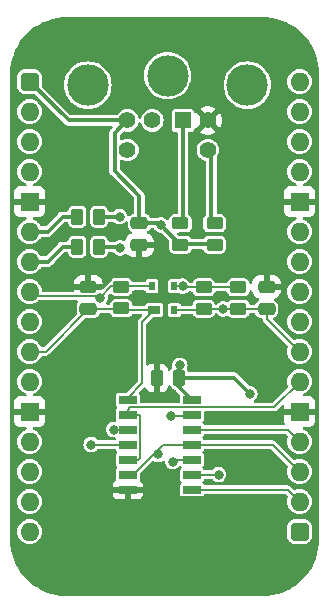
<source format=gbr>
%TF.GenerationSoftware,KiCad,Pcbnew,7.0.5*%
%TF.CreationDate,2023-12-17T19:31:25+02:00*%
%TF.ProjectId,PS2 Timing,50533220-5469-46d6-996e-672e6b696361,rev?*%
%TF.SameCoordinates,Original*%
%TF.FileFunction,Copper,L1,Top*%
%TF.FilePolarity,Positive*%
%FSLAX46Y46*%
G04 Gerber Fmt 4.6, Leading zero omitted, Abs format (unit mm)*
G04 Created by KiCad (PCBNEW 7.0.5) date 2023-12-17 19:31:25*
%MOMM*%
%LPD*%
G01*
G04 APERTURE LIST*
G04 Aperture macros list*
%AMRoundRect*
0 Rectangle with rounded corners*
0 $1 Rounding radius*
0 $2 $3 $4 $5 $6 $7 $8 $9 X,Y pos of 4 corners*
0 Add a 4 corners polygon primitive as box body*
4,1,4,$2,$3,$4,$5,$6,$7,$8,$9,$2,$3,0*
0 Add four circle primitives for the rounded corners*
1,1,$1+$1,$2,$3*
1,1,$1+$1,$4,$5*
1,1,$1+$1,$6,$7*
1,1,$1+$1,$8,$9*
0 Add four rect primitives between the rounded corners*
20,1,$1+$1,$2,$3,$4,$5,0*
20,1,$1+$1,$4,$5,$6,$7,0*
20,1,$1+$1,$6,$7,$8,$9,0*
20,1,$1+$1,$8,$9,$2,$3,0*%
G04 Aperture macros list end*
%TA.AperFunction,SMDPad,CuDef*%
%ADD10RoundRect,0.250000X-0.475000X0.250000X-0.475000X-0.250000X0.475000X-0.250000X0.475000X0.250000X0*%
%TD*%
%TA.AperFunction,SMDPad,CuDef*%
%ADD11RoundRect,0.250000X0.262500X0.450000X-0.262500X0.450000X-0.262500X-0.450000X0.262500X-0.450000X0*%
%TD*%
%TA.AperFunction,SMDPad,CuDef*%
%ADD12RoundRect,0.250000X0.250000X0.475000X-0.250000X0.475000X-0.250000X-0.475000X0.250000X-0.475000X0*%
%TD*%
%TA.AperFunction,SMDPad,CuDef*%
%ADD13RoundRect,0.250000X-0.450000X0.262500X-0.450000X-0.262500X0.450000X-0.262500X0.450000X0.262500X0*%
%TD*%
%TA.AperFunction,SMDPad,CuDef*%
%ADD14RoundRect,0.250000X0.475000X-0.250000X0.475000X0.250000X-0.475000X0.250000X-0.475000X-0.250000X0*%
%TD*%
%TA.AperFunction,ComponentPad*%
%ADD15RoundRect,0.400000X-0.400000X-0.400000X0.400000X-0.400000X0.400000X0.400000X-0.400000X0.400000X0*%
%TD*%
%TA.AperFunction,ComponentPad*%
%ADD16O,1.600000X1.600000*%
%TD*%
%TA.AperFunction,ComponentPad*%
%ADD17R,1.600000X1.600000*%
%TD*%
%TA.AperFunction,ComponentPad*%
%ADD18C,3.510000*%
%TD*%
%TA.AperFunction,ComponentPad*%
%ADD19R,1.400000X1.400000*%
%TD*%
%TA.AperFunction,ComponentPad*%
%ADD20C,1.400000*%
%TD*%
%TA.AperFunction,SMDPad,CuDef*%
%ADD21R,1.000000X0.700000*%
%TD*%
%TA.AperFunction,SMDPad,CuDef*%
%ADD22R,0.600000X0.700000*%
%TD*%
%TA.AperFunction,SMDPad,CuDef*%
%ADD23R,1.550000X0.650000*%
%TD*%
%TA.AperFunction,ViaPad*%
%ADD24C,0.800000*%
%TD*%
%TA.AperFunction,Conductor*%
%ADD25C,0.380000*%
%TD*%
%TA.AperFunction,Conductor*%
%ADD26C,0.200000*%
%TD*%
G04 APERTURE END LIST*
D10*
%TO.P,C1,1*%
%TO.N,/5V*%
X123596400Y-65309200D03*
%TO.P,C1,2*%
%TO.N,/GND*%
X123596400Y-67209200D03*
%TD*%
D11*
%TO.P,R4,1*%
%TO.N,/Data*%
X120165500Y-64780000D03*
%TO.P,R4,2*%
%TO.N,Net-(J2-Pin_6)*%
X118340500Y-64780000D03*
%TD*%
D12*
%TO.P,C2,1*%
%TO.N,/5V*%
X126968800Y-78435200D03*
%TO.P,C2,2*%
%TO.N,/GND*%
X125068800Y-78435200D03*
%TD*%
D13*
%TO.P,R1,1*%
%TO.N,/Packet Pulse*%
X129042000Y-70745500D03*
%TO.P,R1,2*%
%TO.N,/RC Code Pulse*%
X129042000Y-72570500D03*
%TD*%
D14*
%TO.P,C4,1*%
%TO.N,/RC Code Pulse*%
X134366000Y-72592000D03*
%TO.P,C4,2*%
%TO.N,/GND*%
X134366000Y-70692000D03*
%TD*%
D13*
%TO.P,R8,1*%
%TO.N,/Data*%
X127060800Y-65330700D03*
%TO.P,R8,2*%
%TO.N,/5V*%
X127060800Y-67155700D03*
%TD*%
D15*
%TO.P,J2,1,Pin_1*%
%TO.N,/5V*%
X114300000Y-53340000D03*
D16*
%TO.P,J2,2,Pin_2*%
%TO.N,unconnected-(J2-Pin_2-Pad2)*%
X114300000Y-55880000D03*
%TO.P,J2,3,Pin_3*%
%TO.N,unconnected-(J2-Pin_3-Pad3)*%
X114300000Y-58420000D03*
%TO.P,J2,4,Pin_4*%
%TO.N,unconnected-(J2-Pin_4-Pad4)*%
X114300000Y-60960000D03*
D17*
%TO.P,J2,5,Pin_5*%
%TO.N,/GND*%
X114300000Y-63500000D03*
D16*
%TO.P,J2,6,Pin_6*%
%TO.N,Net-(J2-Pin_6)*%
X114300000Y-66040000D03*
%TO.P,J2,7,Pin_7*%
%TO.N,Net-(J2-Pin_7)*%
X114300000Y-68580000D03*
%TO.P,J2,8,Pin_8*%
%TO.N,/~{Clock}*%
X114300000Y-71120000D03*
%TO.P,J2,9,Pin_9*%
%TO.N,unconnected-(J2-Pin_9-Pad9)*%
X114300000Y-73660000D03*
%TO.P,J2,10,Pin_10*%
%TO.N,/RC Packet Pulse*%
X114300000Y-76200000D03*
%TO.P,J2,11,Pin_11*%
%TO.N,unconnected-(J2-Pin_11-Pad11)*%
X114300000Y-78740000D03*
D17*
%TO.P,J2,12,Pin_12*%
%TO.N,/GND*%
X114300000Y-81280000D03*
D16*
%TO.P,J2,13,Pin_13*%
%TO.N,unconnected-(J2-Pin_13-Pad13)*%
X114300000Y-83820000D03*
%TO.P,J2,14,Pin_14*%
%TO.N,unconnected-(J2-Pin_14-Pad14)*%
X114300000Y-86360000D03*
%TO.P,J2,15,Pin_15*%
%TO.N,unconnected-(J2-Pin_15-Pad15)*%
X114300000Y-88900000D03*
%TO.P,J2,16,Pin_16*%
%TO.N,unconnected-(J2-Pin_16-Pad16)*%
X114300000Y-91440000D03*
D15*
%TO.P,J2,17,Pin_17*%
%TO.N,/5V*%
X137160000Y-91440000D03*
D16*
%TO.P,J2,18,Pin_18*%
%TO.N,/~{Code Pulse}*%
X137160000Y-88900000D03*
%TO.P,J2,19,Pin_19*%
%TO.N,/Packet Pulse*%
X137160000Y-86360000D03*
%TO.P,J2,20,Pin_20*%
%TO.N,/Packet Pulse_{2}*%
X137160000Y-83820000D03*
D17*
%TO.P,J2,21,Pin_21*%
%TO.N,/GND*%
X137160000Y-81280000D03*
D16*
%TO.P,J2,22,Pin_22*%
%TO.N,/~{Packet Pulse}*%
X137160000Y-78740000D03*
%TO.P,J2,23,Pin_23*%
%TO.N,/RC Code Pulse*%
X137160000Y-76200000D03*
%TO.P,J2,24,Pin_24*%
%TO.N,unconnected-(J2-Pin_24-Pad24)*%
X137160000Y-73660000D03*
%TO.P,J2,25,Pin_25*%
%TO.N,unconnected-(J2-Pin_25-Pad25)*%
X137160000Y-71120000D03*
%TO.P,J2,26,Pin_26*%
%TO.N,unconnected-(J2-Pin_26-Pad26)*%
X137160000Y-68580000D03*
%TO.P,J2,27,Pin_27*%
%TO.N,unconnected-(J2-Pin_27-Pad27)*%
X137160000Y-66040000D03*
D17*
%TO.P,J2,28,Pin_28*%
%TO.N,/GND*%
X137160000Y-63500000D03*
D16*
%TO.P,J2,29,Pin_29*%
%TO.N,unconnected-(J2-Pin_29-Pad29)*%
X137160000Y-60960000D03*
%TO.P,J2,30,Pin_30*%
%TO.N,unconnected-(J2-Pin_30-Pad30)*%
X137160000Y-58420000D03*
%TO.P,J2,31,Pin_31*%
%TO.N,unconnected-(J2-Pin_31-Pad31)*%
X137160000Y-55880000D03*
%TO.P,J2,32,Pin_32*%
%TO.N,unconnected-(J2-Pin_32-Pad32)*%
X137160000Y-53340000D03*
%TD*%
D18*
%TO.P,J4,*%
%TO.N,*%
X119234000Y-53632000D03*
X125984000Y-52832000D03*
X132734000Y-53632000D03*
D19*
%TO.P,J4,1*%
%TO.N,/Data*%
X127284000Y-56632000D03*
D20*
%TO.P,J4,2*%
%TO.N,unconnected-(J4-Pad2)*%
X124684000Y-56632000D03*
%TO.P,J4,3*%
%TO.N,/GND*%
X129384000Y-56632000D03*
%TO.P,J4,4*%
%TO.N,/5V*%
X122584000Y-56632000D03*
%TO.P,J4,5*%
%TO.N,/Clock*%
X129384000Y-59132000D03*
%TO.P,J4,6*%
%TO.N,unconnected-(J4-Pad6)*%
X122584000Y-59132000D03*
%TD*%
D21*
%TO.P,D1,1,K1*%
%TO.N,/RC Packet Pulse*%
X124853000Y-72658000D03*
D22*
%TO.P,D1,2,K2*%
%TO.N,/RC Code Pulse*%
X126553000Y-72658000D03*
%TO.P,D1,3,A2*%
%TO.N,/Packet Pulse*%
X126553000Y-70658000D03*
%TO.P,D1,4,A1*%
%TO.N,/~{Clock}*%
X124653000Y-70658000D03*
%TD*%
D11*
%TO.P,R5,1*%
%TO.N,/Clock*%
X120165500Y-67320000D03*
%TO.P,R5,2*%
%TO.N,Net-(J2-Pin_7)*%
X118340500Y-67320000D03*
%TD*%
D14*
%TO.P,C3,1*%
%TO.N,/RC Packet Pulse*%
X119253000Y-72592000D03*
%TO.P,C3,2*%
%TO.N,/GND*%
X119253000Y-70692000D03*
%TD*%
D13*
%TO.P,R6,1*%
%TO.N,/Clock*%
X129956400Y-65330700D03*
%TO.P,R6,2*%
%TO.N,/5V*%
X129956400Y-67155700D03*
%TD*%
D23*
%TO.P,IC4,1,1A*%
%TO.N,/RC Packet Pulse*%
X122598600Y-80264000D03*
%TO.P,IC4,2,1Y*%
%TO.N,/~{Packet Pulse}*%
X122598600Y-81534000D03*
%TO.P,IC4,3,2A*%
%TO.N,/Clock*%
X122598600Y-82804000D03*
%TO.P,IC4,4,2Y*%
%TO.N,/~{Clock}*%
X122598600Y-84074000D03*
%TO.P,IC4,5,3A*%
%TO.N,/~{Packet Pulse}*%
X122598600Y-85344000D03*
%TO.P,IC4,6,3Y*%
%TO.N,/Packet Pulse*%
X122598600Y-86614000D03*
%TO.P,IC4,7,GND*%
%TO.N,/GND*%
X122598600Y-87884000D03*
%TO.P,IC4,8,4Y*%
%TO.N,/~{Code Pulse}*%
X128048600Y-87884000D03*
%TO.P,IC4,9,4A*%
%TO.N,/RC Code Pulse*%
X128048600Y-86614000D03*
%TO.P,IC4,10,5Y*%
%TO.N,/~{Packet Pulse}_{2}*%
X128048600Y-85344000D03*
%TO.P,IC4,11,5A*%
%TO.N,/Packet Pulse*%
X128048600Y-84074000D03*
%TO.P,IC4,12,6Y*%
%TO.N,/Packet Pulse_{2}*%
X128048600Y-82804000D03*
%TO.P,IC4,13,6A*%
%TO.N,/~{Packet Pulse}_{2}*%
X128048600Y-81534000D03*
%TO.P,IC4,14,5V*%
%TO.N,/5V*%
X128048600Y-80264000D03*
%TD*%
D13*
%TO.P,R3,1*%
%TO.N,/~{Clock}*%
X122057000Y-70715500D03*
%TO.P,R3,2*%
%TO.N,/RC Packet Pulse*%
X122057000Y-72540500D03*
%TD*%
%TO.P,R2,1*%
%TO.N,/Packet Pulse*%
X131963000Y-70745500D03*
%TO.P,R2,2*%
%TO.N,/RC Code Pulse*%
X131963000Y-72570500D03*
%TD*%
D24*
%TO.N,/5V*%
X132956300Y-79768700D03*
X125425200Y-65481200D03*
X127019600Y-77348784D03*
%TO.N,/Data*%
X121920000Y-64770000D03*
%TO.N,/Clock*%
X121944000Y-67437000D03*
X121412000Y-82804000D03*
%TO.N,/RC Code Pulse*%
X130683000Y-72593200D03*
X130302000Y-86614000D03*
%TO.N,/Packet Pulse*%
X125176700Y-84892300D03*
X127253999Y-70657999D03*
%TO.N,/~{Clock}*%
X119507000Y-84074000D03*
X120269000Y-71628000D03*
%TO.N,/~{Packet Pulse}_{2}*%
X126400811Y-85505794D03*
X126288798Y-81635600D03*
%TD*%
D25*
%TO.N,/5V*%
X125425200Y-65520100D02*
X125425200Y-65481200D01*
X126968800Y-78435200D02*
X126968800Y-79184200D01*
X122584000Y-56632000D02*
X121494000Y-57722000D01*
X125253200Y-65309200D02*
X125425200Y-65481200D01*
X117592000Y-56632000D02*
X122584000Y-56632000D01*
X127060800Y-67155700D02*
X125425200Y-65520100D01*
X114300000Y-53340000D02*
X117592000Y-56632000D01*
X127019600Y-78137600D02*
X127019600Y-77348784D01*
X121494000Y-57722000D02*
X121494000Y-60915000D01*
X123596400Y-63017400D02*
X123596400Y-65309200D01*
X131592800Y-78405200D02*
X132956300Y-79768700D01*
X126968800Y-79184200D02*
X128048600Y-80264000D01*
X126998800Y-78405200D02*
X131592800Y-78405200D01*
X121494000Y-60915000D02*
X123596400Y-63017400D01*
X123596400Y-65309200D02*
X125253200Y-65309200D01*
X127111600Y-67104900D02*
X129905600Y-67104900D01*
%TO.N,/Data*%
X120165500Y-64780000D02*
X121910000Y-64780000D01*
X127284000Y-56632000D02*
X127284000Y-65107500D01*
X121910000Y-64780000D02*
X121920000Y-64770000D01*
%TO.N,/Clock*%
X120165500Y-67320000D02*
X121827000Y-67320000D01*
X129692400Y-59440400D02*
X129692400Y-65066700D01*
D26*
X122168600Y-82804000D02*
X121412000Y-82804000D01*
D25*
X121827000Y-67320000D02*
X121944000Y-67437000D01*
D26*
%TO.N,/RC Packet Pulse*%
X123818400Y-73692600D02*
X124853000Y-72658000D01*
X124853000Y-72658000D02*
X122174500Y-72658000D01*
X115645000Y-76200000D02*
X114300000Y-76200000D01*
X119253000Y-72592000D02*
X115645000Y-76200000D01*
X123818400Y-78873600D02*
X123818400Y-73692600D01*
X122598600Y-80093400D02*
X123818400Y-78873600D01*
X122027000Y-72570500D02*
X119274500Y-72570500D01*
%TO.N,/RC Code Pulse*%
X128048600Y-86614000D02*
X130302000Y-86614000D01*
X129064700Y-72593200D02*
X130683000Y-72593200D01*
X134366000Y-73406000D02*
X137160000Y-76200000D01*
X128954500Y-72658000D02*
X126553000Y-72658000D01*
X134366000Y-72592000D02*
X134366000Y-73406000D01*
X131940300Y-72593200D02*
X130683000Y-72593200D01*
X131963000Y-72570500D02*
X134344500Y-72570500D01*
%TO.N,/Packet Pulse*%
X129042000Y-70745500D02*
X127341500Y-70745500D01*
X128048600Y-84074000D02*
X125588600Y-84074000D01*
X126553000Y-70658000D02*
X127253999Y-70657999D01*
X128048600Y-84074000D02*
X134874000Y-84074000D01*
X125588600Y-84074000D02*
X123048600Y-86614000D01*
X129042000Y-70745500D02*
X131963000Y-70745500D01*
X127341500Y-70745500D02*
X127253999Y-70657999D01*
X134874000Y-84074000D02*
X137160000Y-86360000D01*
%TO.N,/~{Clock}*%
X122174500Y-70658000D02*
X124653000Y-70658000D01*
X121213400Y-70683600D02*
X120269000Y-71628000D01*
X122598600Y-84074000D02*
X119507000Y-84074000D01*
X122025100Y-70683600D02*
X121213400Y-70683600D01*
X120133000Y-71492000D02*
X120269000Y-71628000D01*
X114672000Y-71492000D02*
X120133000Y-71492000D01*
%TO.N,/Packet Pulse_{2}*%
X136144000Y-82804000D02*
X137160000Y-83820000D01*
X128048600Y-82804000D02*
X136144000Y-82804000D01*
%TO.N,/~{Code Pulse}*%
X136144000Y-87884000D02*
X137160000Y-88900000D01*
X128048600Y-87884000D02*
X136144000Y-87884000D01*
%TO.N,/~{Packet Pulse}*%
X122598600Y-85344000D02*
X123494800Y-85344000D01*
X123673600Y-85165200D02*
X123673600Y-81662000D01*
X122598600Y-81124800D02*
X122834400Y-80889000D01*
X123545600Y-81534000D02*
X122598600Y-81534000D01*
X123494800Y-85344000D02*
X123673600Y-85165200D01*
X123673600Y-81662000D02*
X123545600Y-81534000D01*
X122598600Y-81534000D02*
X122598600Y-81124800D01*
X135011000Y-80889000D02*
X137160000Y-78740000D01*
X122834400Y-80889000D02*
X135011000Y-80889000D01*
%TO.N,/~{Packet Pulse}_{2}*%
X128048600Y-85344000D02*
X126562605Y-85344000D01*
X127947000Y-81635600D02*
X126288798Y-81635600D01*
X126562605Y-85344000D02*
X126400811Y-85505794D01*
D25*
%TO.N,Net-(J2-Pin_6)*%
X115824000Y-66040000D02*
X114300000Y-66040000D01*
X117084000Y-64780000D02*
X115824000Y-66040000D01*
X118340500Y-64780000D02*
X117084000Y-64780000D01*
%TO.N,Net-(J2-Pin_7)*%
X118340500Y-67320000D02*
X117084000Y-67320000D01*
X117084000Y-67320000D02*
X115824000Y-68580000D01*
X115824000Y-68580000D02*
X114300000Y-68580000D01*
%TD*%
%TA.AperFunction,Conductor*%
%TO.N,/GND*%
G36*
X135779334Y-80718861D02*
G01*
X135835267Y-80760733D01*
X135859684Y-80826197D01*
X135860000Y-80835043D01*
X135860000Y-81030000D01*
X136726314Y-81030000D01*
X136700507Y-81070156D01*
X136660000Y-81208111D01*
X136660000Y-81351889D01*
X136700507Y-81489844D01*
X136726314Y-81530000D01*
X135860000Y-81530000D01*
X135860000Y-82127844D01*
X135866401Y-82187372D01*
X135866402Y-82187376D01*
X135903249Y-82286166D01*
X135908233Y-82355858D01*
X135874748Y-82417181D01*
X135813425Y-82450666D01*
X135787067Y-82453500D01*
X129172344Y-82453500D01*
X129105305Y-82433815D01*
X129067753Y-82390478D01*
X129066352Y-82391415D01*
X129039466Y-82351177D01*
X129004201Y-82298399D01*
X128964843Y-82272101D01*
X128920038Y-82218489D01*
X128911331Y-82149164D01*
X128941486Y-82086136D01*
X128964837Y-82065902D01*
X129004201Y-82039601D01*
X129059566Y-81956740D01*
X129074100Y-81883674D01*
X129074100Y-81363500D01*
X129093785Y-81296461D01*
X129146589Y-81250706D01*
X129198100Y-81239500D01*
X134961789Y-81239500D01*
X134987234Y-81242138D01*
X134996315Y-81244043D01*
X135012005Y-81242087D01*
X135028939Y-81239977D01*
X135036615Y-81239500D01*
X135040035Y-81239500D01*
X135040040Y-81239500D01*
X135049303Y-81237954D01*
X135060278Y-81236123D01*
X135062811Y-81235753D01*
X135112393Y-81229573D01*
X135112399Y-81229569D01*
X135119451Y-81227470D01*
X135126377Y-81225092D01*
X135126381Y-81225092D01*
X135157758Y-81208111D01*
X135170329Y-81201308D01*
X135172590Y-81200143D01*
X135217484Y-81178198D01*
X135217487Y-81178194D01*
X135223453Y-81173935D01*
X135229254Y-81169419D01*
X135229258Y-81169418D01*
X135263101Y-81132653D01*
X135264826Y-81130854D01*
X135648319Y-80747362D01*
X135709642Y-80713877D01*
X135779334Y-80718861D01*
G37*
%TD.AperFunction*%
%TA.AperFunction,Conductor*%
G36*
X133986351Y-47875559D02*
G01*
X134403236Y-47893760D01*
X134408589Y-47894229D01*
X134820967Y-47948519D01*
X134826268Y-47949454D01*
X135232335Y-48039477D01*
X135237525Y-48040867D01*
X135634209Y-48165941D01*
X135639286Y-48167789D01*
X136023552Y-48326958D01*
X136028422Y-48329229D01*
X136397371Y-48521291D01*
X136402020Y-48523976D01*
X136752809Y-48747454D01*
X136757231Y-48750550D01*
X137087197Y-49003741D01*
X137091342Y-49007220D01*
X137363881Y-49256957D01*
X137397975Y-49288198D01*
X137401801Y-49292024D01*
X137682779Y-49598657D01*
X137686258Y-49602802D01*
X137939449Y-49932768D01*
X137942548Y-49937194D01*
X138166018Y-50287972D01*
X138168712Y-50292635D01*
X138360761Y-50661559D01*
X138363048Y-50666463D01*
X138522208Y-51050709D01*
X138524059Y-51055794D01*
X138649125Y-51452450D01*
X138650525Y-51457677D01*
X138740543Y-51863725D01*
X138741483Y-51869054D01*
X138795768Y-52281393D01*
X138796240Y-52286784D01*
X138814441Y-52703648D01*
X138814500Y-52706352D01*
X138814500Y-92073646D01*
X138814441Y-92076350D01*
X138796240Y-92493215D01*
X138795768Y-92498606D01*
X138741483Y-92910945D01*
X138740543Y-92916274D01*
X138650525Y-93322322D01*
X138649125Y-93327549D01*
X138524059Y-93724205D01*
X138522208Y-93729290D01*
X138363048Y-94113536D01*
X138360761Y-94118440D01*
X138168719Y-94487351D01*
X138166013Y-94492037D01*
X137942553Y-94842798D01*
X137939449Y-94847231D01*
X137686258Y-95177197D01*
X137682779Y-95181342D01*
X137401801Y-95487975D01*
X137397975Y-95491801D01*
X137091342Y-95772779D01*
X137087197Y-95776258D01*
X136757231Y-96029449D01*
X136752798Y-96032553D01*
X136402037Y-96256013D01*
X136397351Y-96258719D01*
X136028440Y-96450761D01*
X136023536Y-96453048D01*
X135639290Y-96612208D01*
X135634205Y-96614059D01*
X135237549Y-96739125D01*
X135232322Y-96740525D01*
X134826274Y-96830543D01*
X134820945Y-96831483D01*
X134408606Y-96885768D01*
X134403215Y-96886240D01*
X133986351Y-96904441D01*
X133983647Y-96904500D01*
X117476353Y-96904500D01*
X117473649Y-96904441D01*
X117056784Y-96886240D01*
X117051393Y-96885768D01*
X116845223Y-96858625D01*
X116639051Y-96831482D01*
X116633725Y-96830543D01*
X116227677Y-96740525D01*
X116222458Y-96739127D01*
X116036218Y-96680405D01*
X115825794Y-96614059D01*
X115820709Y-96612208D01*
X115600171Y-96520858D01*
X115436457Y-96453045D01*
X115431567Y-96450765D01*
X115062635Y-96258712D01*
X115057972Y-96256018D01*
X114707194Y-96032548D01*
X114702768Y-96029449D01*
X114372802Y-95776258D01*
X114368657Y-95772779D01*
X114062024Y-95491801D01*
X114058198Y-95487975D01*
X113777220Y-95181342D01*
X113773741Y-95177197D01*
X113520550Y-94847231D01*
X113517454Y-94842809D01*
X113293976Y-94492020D01*
X113291291Y-94487371D01*
X113099229Y-94118422D01*
X113096958Y-94113552D01*
X112937789Y-93729286D01*
X112935940Y-93724205D01*
X112810867Y-93327525D01*
X112809477Y-93322335D01*
X112719454Y-92916268D01*
X112718519Y-92910967D01*
X112664229Y-92498589D01*
X112663760Y-92493236D01*
X112645559Y-92076350D01*
X112645500Y-92073646D01*
X112645500Y-91439999D01*
X113244417Y-91439999D01*
X113264699Y-91645932D01*
X113264700Y-91645934D01*
X113324768Y-91843954D01*
X113422315Y-92026450D01*
X113422317Y-92026452D01*
X113553589Y-92186410D01*
X113650209Y-92265702D01*
X113713550Y-92317685D01*
X113896046Y-92415232D01*
X114094066Y-92475300D01*
X114094065Y-92475300D01*
X114112529Y-92477118D01*
X114300000Y-92495583D01*
X114505934Y-92475300D01*
X114703954Y-92415232D01*
X114886450Y-92317685D01*
X115046410Y-92186410D01*
X115177685Y-92026450D01*
X115242227Y-91905701D01*
X136109500Y-91905701D01*
X136112401Y-91942567D01*
X136112402Y-91942573D01*
X136158254Y-92100393D01*
X136158255Y-92100396D01*
X136241917Y-92241862D01*
X136241923Y-92241870D01*
X136358129Y-92358076D01*
X136358133Y-92358079D01*
X136358135Y-92358081D01*
X136499602Y-92441744D01*
X136541224Y-92453836D01*
X136657426Y-92487597D01*
X136657429Y-92487597D01*
X136657431Y-92487598D01*
X136694306Y-92490500D01*
X136694314Y-92490500D01*
X137625686Y-92490500D01*
X137625694Y-92490500D01*
X137662569Y-92487598D01*
X137662571Y-92487597D01*
X137662573Y-92487597D01*
X137704899Y-92475300D01*
X137820398Y-92441744D01*
X137961865Y-92358081D01*
X138078081Y-92241865D01*
X138161744Y-92100398D01*
X138207598Y-91942569D01*
X138210500Y-91905694D01*
X138210500Y-90974306D01*
X138207598Y-90937431D01*
X138161744Y-90779602D01*
X138078081Y-90638135D01*
X138078079Y-90638133D01*
X138078076Y-90638129D01*
X137961870Y-90521923D01*
X137961862Y-90521917D01*
X137865229Y-90464769D01*
X137820398Y-90438256D01*
X137820397Y-90438255D01*
X137820396Y-90438255D01*
X137820393Y-90438254D01*
X137662573Y-90392402D01*
X137662567Y-90392401D01*
X137625701Y-90389500D01*
X137625694Y-90389500D01*
X136694306Y-90389500D01*
X136694298Y-90389500D01*
X136657432Y-90392401D01*
X136657426Y-90392402D01*
X136499606Y-90438254D01*
X136499603Y-90438255D01*
X136358137Y-90521917D01*
X136358129Y-90521923D01*
X136241923Y-90638129D01*
X136241917Y-90638137D01*
X136158255Y-90779603D01*
X136158254Y-90779606D01*
X136112402Y-90937426D01*
X136112401Y-90937432D01*
X136109500Y-90974298D01*
X136109500Y-91905701D01*
X115242227Y-91905701D01*
X115275232Y-91843954D01*
X115335300Y-91645934D01*
X115355583Y-91440000D01*
X115335300Y-91234066D01*
X115275232Y-91036046D01*
X115177685Y-90853550D01*
X115116998Y-90779602D01*
X115046410Y-90693589D01*
X114886452Y-90562317D01*
X114886453Y-90562317D01*
X114886450Y-90562315D01*
X114703954Y-90464768D01*
X114505934Y-90404700D01*
X114505932Y-90404699D01*
X114505934Y-90404699D01*
X114318463Y-90386235D01*
X114300000Y-90384417D01*
X114299999Y-90384417D01*
X114094067Y-90404699D01*
X113896043Y-90464769D01*
X113789129Y-90521917D01*
X113713550Y-90562315D01*
X113713548Y-90562316D01*
X113713547Y-90562317D01*
X113553589Y-90693589D01*
X113422317Y-90853547D01*
X113324769Y-91036043D01*
X113264699Y-91234067D01*
X113244417Y-91439999D01*
X112645500Y-91439999D01*
X112645500Y-88900000D01*
X113244417Y-88900000D01*
X113264699Y-89105932D01*
X113264700Y-89105934D01*
X113324768Y-89303954D01*
X113422315Y-89486450D01*
X113422317Y-89486452D01*
X113553589Y-89646410D01*
X113650209Y-89725702D01*
X113713550Y-89777685D01*
X113896046Y-89875232D01*
X114094066Y-89935300D01*
X114094065Y-89935300D01*
X114112529Y-89937118D01*
X114300000Y-89955583D01*
X114505934Y-89935300D01*
X114703954Y-89875232D01*
X114886450Y-89777685D01*
X115046410Y-89646410D01*
X115177685Y-89486450D01*
X115275232Y-89303954D01*
X115335300Y-89105934D01*
X115355583Y-88900000D01*
X115335300Y-88694066D01*
X115275232Y-88496046D01*
X115177685Y-88313550D01*
X115112133Y-88233674D01*
X115046410Y-88153589D01*
X115022540Y-88134000D01*
X121323600Y-88134000D01*
X121323600Y-88256844D01*
X121330001Y-88316372D01*
X121330003Y-88316379D01*
X121380245Y-88451086D01*
X121380249Y-88451093D01*
X121466409Y-88566187D01*
X121466412Y-88566190D01*
X121581506Y-88652350D01*
X121581513Y-88652354D01*
X121716220Y-88702596D01*
X121716227Y-88702598D01*
X121775755Y-88708999D01*
X121775772Y-88709000D01*
X122348600Y-88709000D01*
X122348600Y-88134000D01*
X122848600Y-88134000D01*
X122848600Y-88709000D01*
X123421428Y-88709000D01*
X123421444Y-88708999D01*
X123480972Y-88702598D01*
X123480979Y-88702596D01*
X123615686Y-88652354D01*
X123615693Y-88652350D01*
X123730787Y-88566190D01*
X123730790Y-88566187D01*
X123816950Y-88451093D01*
X123816954Y-88451086D01*
X123867196Y-88316379D01*
X123867198Y-88316372D01*
X123873599Y-88256844D01*
X123873600Y-88256827D01*
X123873600Y-88134000D01*
X122848600Y-88134000D01*
X122348600Y-88134000D01*
X121323600Y-88134000D01*
X115022540Y-88134000D01*
X114886452Y-88022317D01*
X114886453Y-88022317D01*
X114886450Y-88022315D01*
X114703954Y-87924768D01*
X114505934Y-87864700D01*
X114505932Y-87864699D01*
X114505934Y-87864699D01*
X114300000Y-87844417D01*
X114094067Y-87864699D01*
X113918692Y-87917898D01*
X113909167Y-87920788D01*
X113896043Y-87924769D01*
X113785897Y-87983643D01*
X113713550Y-88022315D01*
X113713548Y-88022316D01*
X113713547Y-88022317D01*
X113553589Y-88153589D01*
X113422317Y-88313547D01*
X113324769Y-88496043D01*
X113264699Y-88694067D01*
X113244417Y-88900000D01*
X112645500Y-88900000D01*
X112645500Y-86359999D01*
X113244417Y-86359999D01*
X113264699Y-86565932D01*
X113264700Y-86565934D01*
X113324768Y-86763954D01*
X113422315Y-86946450D01*
X113436450Y-86963674D01*
X113553589Y-87106410D01*
X113610705Y-87153283D01*
X113713550Y-87237685D01*
X113896046Y-87335232D01*
X114094066Y-87395300D01*
X114094065Y-87395300D01*
X114114347Y-87397297D01*
X114300000Y-87415583D01*
X114505934Y-87395300D01*
X114703954Y-87335232D01*
X114886450Y-87237685D01*
X115046410Y-87106410D01*
X115177685Y-86946450D01*
X115275232Y-86763954D01*
X115335300Y-86565934D01*
X115355583Y-86360000D01*
X115335300Y-86154066D01*
X115275232Y-85956046D01*
X115177685Y-85773550D01*
X115112136Y-85693678D01*
X115046410Y-85613589D01*
X114886452Y-85482317D01*
X114886453Y-85482317D01*
X114886450Y-85482315D01*
X114703954Y-85384768D01*
X114505934Y-85324700D01*
X114505932Y-85324699D01*
X114505934Y-85324699D01*
X114300000Y-85304417D01*
X114094067Y-85324699D01*
X113918692Y-85377898D01*
X113909167Y-85380788D01*
X113896043Y-85384769D01*
X113822241Y-85424218D01*
X113713550Y-85482315D01*
X113713548Y-85482316D01*
X113713547Y-85482317D01*
X113553589Y-85613589D01*
X113422317Y-85773547D01*
X113422315Y-85773550D01*
X113402662Y-85810318D01*
X113324769Y-85956043D01*
X113264699Y-86154067D01*
X113244417Y-86359999D01*
X112645500Y-86359999D01*
X112645500Y-82127844D01*
X113000000Y-82127844D01*
X113006401Y-82187372D01*
X113006403Y-82187379D01*
X113056645Y-82322086D01*
X113056649Y-82322093D01*
X113142809Y-82437187D01*
X113142812Y-82437190D01*
X113257906Y-82523350D01*
X113257913Y-82523354D01*
X113392620Y-82573596D01*
X113392627Y-82573598D01*
X113452155Y-82579999D01*
X113452172Y-82580000D01*
X113932930Y-82580000D01*
X113999969Y-82599685D01*
X114045724Y-82652489D01*
X114055668Y-82721647D01*
X114026643Y-82785203D01*
X113968925Y-82822660D01*
X113896046Y-82844768D01*
X113896043Y-82844769D01*
X113785897Y-82903643D01*
X113713550Y-82942315D01*
X113713548Y-82942316D01*
X113713547Y-82942317D01*
X113553589Y-83073589D01*
X113422317Y-83233547D01*
X113422315Y-83233550D01*
X113419653Y-83238530D01*
X113324769Y-83416043D01*
X113264699Y-83614067D01*
X113244417Y-83820000D01*
X113264699Y-84025932D01*
X113264700Y-84025934D01*
X113324768Y-84223954D01*
X113422315Y-84406450D01*
X113422317Y-84406452D01*
X113553589Y-84566410D01*
X113601704Y-84605896D01*
X113713550Y-84697685D01*
X113896046Y-84795232D01*
X114094066Y-84855300D01*
X114094065Y-84855300D01*
X114112529Y-84857118D01*
X114300000Y-84875583D01*
X114505934Y-84855300D01*
X114703954Y-84795232D01*
X114886450Y-84697685D01*
X115046410Y-84566410D01*
X115177685Y-84406450D01*
X115275232Y-84223954D01*
X115335300Y-84025934D01*
X115355583Y-83820000D01*
X115335300Y-83614066D01*
X115275232Y-83416046D01*
X115177685Y-83233550D01*
X115112133Y-83153674D01*
X115046410Y-83073589D01*
X114886452Y-82942317D01*
X114886453Y-82942317D01*
X114886450Y-82942315D01*
X114703954Y-82844768D01*
X114631074Y-82822660D01*
X114572636Y-82784363D01*
X114544180Y-82720551D01*
X114554740Y-82651484D01*
X114600964Y-82599090D01*
X114667070Y-82580000D01*
X115147828Y-82580000D01*
X115147844Y-82579999D01*
X115207372Y-82573598D01*
X115207379Y-82573596D01*
X115342086Y-82523354D01*
X115342093Y-82523350D01*
X115457187Y-82437190D01*
X115457190Y-82437187D01*
X115543350Y-82322093D01*
X115543354Y-82322086D01*
X115593596Y-82187379D01*
X115593598Y-82187372D01*
X115599999Y-82127844D01*
X115600000Y-82127827D01*
X115600000Y-81530000D01*
X114733686Y-81530000D01*
X114759493Y-81489844D01*
X114800000Y-81351889D01*
X114800000Y-81208111D01*
X114759493Y-81070156D01*
X114733686Y-81030000D01*
X115600000Y-81030000D01*
X115600000Y-80432172D01*
X115599999Y-80432155D01*
X115593598Y-80372627D01*
X115593596Y-80372620D01*
X115543354Y-80237913D01*
X115543350Y-80237906D01*
X115457190Y-80122812D01*
X115457187Y-80122809D01*
X115342093Y-80036649D01*
X115342086Y-80036645D01*
X115207379Y-79986403D01*
X115207372Y-79986401D01*
X115147844Y-79980000D01*
X114667070Y-79980000D01*
X114600031Y-79960315D01*
X114554276Y-79907511D01*
X114544332Y-79838353D01*
X114573357Y-79774797D01*
X114631074Y-79737339D01*
X114703954Y-79715232D01*
X114886450Y-79617685D01*
X115046410Y-79486410D01*
X115177685Y-79326450D01*
X115275232Y-79143954D01*
X115335300Y-78945934D01*
X115355583Y-78740000D01*
X115335300Y-78534066D01*
X115275232Y-78336046D01*
X115177685Y-78153550D01*
X115089852Y-78046524D01*
X115046410Y-77993589D01*
X114886452Y-77862317D01*
X114886453Y-77862317D01*
X114886450Y-77862315D01*
X114703954Y-77764768D01*
X114505934Y-77704700D01*
X114505932Y-77704699D01*
X114505934Y-77704699D01*
X114300000Y-77684417D01*
X114094067Y-77704699D01*
X113896043Y-77764769D01*
X113842098Y-77793604D01*
X113713550Y-77862315D01*
X113713548Y-77862316D01*
X113713547Y-77862317D01*
X113553589Y-77993589D01*
X113422317Y-78153547D01*
X113324769Y-78336043D01*
X113264699Y-78534067D01*
X113244417Y-78739999D01*
X113264699Y-78945932D01*
X113291932Y-79035707D01*
X113324768Y-79143954D01*
X113422315Y-79326450D01*
X113444919Y-79353993D01*
X113553589Y-79486410D01*
X113609735Y-79532487D01*
X113713550Y-79617685D01*
X113896046Y-79715232D01*
X113968925Y-79737339D01*
X114027364Y-79775637D01*
X114055820Y-79839449D01*
X114045260Y-79908516D01*
X113999036Y-79960910D01*
X113932930Y-79980000D01*
X113452155Y-79980000D01*
X113392627Y-79986401D01*
X113392620Y-79986403D01*
X113257913Y-80036645D01*
X113257906Y-80036649D01*
X113142812Y-80122809D01*
X113142809Y-80122812D01*
X113056649Y-80237906D01*
X113056645Y-80237913D01*
X113006403Y-80372620D01*
X113006401Y-80372627D01*
X113000000Y-80432155D01*
X113000000Y-81030000D01*
X113866314Y-81030000D01*
X113840507Y-81070156D01*
X113800000Y-81208111D01*
X113800000Y-81351889D01*
X113840507Y-81489844D01*
X113866314Y-81530000D01*
X113000000Y-81530000D01*
X113000000Y-82127844D01*
X112645500Y-82127844D01*
X112645500Y-76200000D01*
X113244417Y-76200000D01*
X113264699Y-76405932D01*
X113294734Y-76504943D01*
X113324768Y-76603954D01*
X113422315Y-76786450D01*
X113456969Y-76828677D01*
X113553589Y-76946410D01*
X113650209Y-77025702D01*
X113713550Y-77077685D01*
X113896046Y-77175232D01*
X114094066Y-77235300D01*
X114094065Y-77235300D01*
X114112529Y-77237118D01*
X114300000Y-77255583D01*
X114505934Y-77235300D01*
X114703954Y-77175232D01*
X114886450Y-77077685D01*
X115046410Y-76946410D01*
X115177685Y-76786450D01*
X115268768Y-76616046D01*
X115317732Y-76566202D01*
X115378127Y-76550500D01*
X115595789Y-76550500D01*
X115621234Y-76553138D01*
X115630315Y-76555043D01*
X115646005Y-76553087D01*
X115662939Y-76550977D01*
X115670615Y-76550500D01*
X115674035Y-76550500D01*
X115674040Y-76550500D01*
X115683303Y-76548954D01*
X115694278Y-76547123D01*
X115696811Y-76546753D01*
X115746393Y-76540573D01*
X115746399Y-76540569D01*
X115753451Y-76538470D01*
X115760377Y-76536092D01*
X115760381Y-76536092D01*
X115789266Y-76520459D01*
X115804329Y-76512308D01*
X115806590Y-76511143D01*
X115851484Y-76489198D01*
X115851487Y-76489194D01*
X115857453Y-76484935D01*
X115863254Y-76480419D01*
X115863258Y-76480418D01*
X115897101Y-76443653D01*
X115898826Y-76441854D01*
X118961862Y-73378818D01*
X119023186Y-73345333D01*
X119049544Y-73342499D01*
X119775871Y-73342499D01*
X119775872Y-73342499D01*
X119835483Y-73336091D01*
X119970331Y-73285796D01*
X120085546Y-73199546D01*
X120171796Y-73084331D01*
X120202627Y-73001667D01*
X120244499Y-72945733D01*
X120309963Y-72921316D01*
X120318810Y-72921000D01*
X121030736Y-72921000D01*
X121097775Y-72940685D01*
X121143530Y-72993489D01*
X121146918Y-73001667D01*
X121163202Y-73045328D01*
X121163206Y-73045335D01*
X121249452Y-73160544D01*
X121249455Y-73160547D01*
X121364664Y-73246793D01*
X121364671Y-73246797D01*
X121499517Y-73297091D01*
X121499516Y-73297091D01*
X121506444Y-73297835D01*
X121559127Y-73303500D01*
X122554872Y-73303499D01*
X122614483Y-73297091D01*
X122749331Y-73246796D01*
X122864546Y-73160546D01*
X122941171Y-73058188D01*
X122997104Y-73016318D01*
X123040437Y-73008500D01*
X123707455Y-73008500D01*
X123774494Y-73028185D01*
X123820249Y-73080989D01*
X123830193Y-73150147D01*
X123801168Y-73213703D01*
X123795136Y-73220181D01*
X123605355Y-73409961D01*
X123585506Y-73426082D01*
X123577731Y-73431162D01*
X123557543Y-73457098D01*
X123552467Y-73462848D01*
X123550034Y-73465281D01*
X123550024Y-73465294D01*
X123538095Y-73482001D01*
X123536564Y-73484053D01*
X123505883Y-73523472D01*
X123502375Y-73529953D01*
X123499161Y-73536531D01*
X123499160Y-73536533D01*
X123499160Y-73536534D01*
X123490255Y-73566444D01*
X123484906Y-73584409D01*
X123484125Y-73586846D01*
X123467899Y-73634112D01*
X123466694Y-73641333D01*
X123465782Y-73648646D01*
X123467847Y-73698548D01*
X123467900Y-73701110D01*
X123467899Y-78677056D01*
X123448214Y-78744095D01*
X123431580Y-78764737D01*
X122544137Y-79652181D01*
X122482814Y-79685666D01*
X122456456Y-79688500D01*
X121798923Y-79688500D01*
X121725864Y-79703032D01*
X121725860Y-79703033D01*
X121642999Y-79758399D01*
X121587633Y-79841260D01*
X121587632Y-79841264D01*
X121573100Y-79914321D01*
X121573100Y-80613678D01*
X121587632Y-80686735D01*
X121587633Y-80686739D01*
X121643000Y-80769602D01*
X121682355Y-80795898D01*
X121727161Y-80849510D01*
X121735868Y-80918835D01*
X121705714Y-80981862D01*
X121682355Y-81002102D01*
X121643000Y-81028397D01*
X121587633Y-81111260D01*
X121587632Y-81111264D01*
X121573100Y-81184321D01*
X121573100Y-81883678D01*
X121587632Y-81956735D01*
X121587633Y-81956739D01*
X121590220Y-81960610D01*
X121611097Y-82027288D01*
X121592612Y-82094668D01*
X121540632Y-82141358D01*
X121487117Y-82153500D01*
X121333014Y-82153500D01*
X121179634Y-82191303D01*
X121039762Y-82264715D01*
X120921516Y-82369471D01*
X120831781Y-82499475D01*
X120831780Y-82499476D01*
X120775762Y-82647181D01*
X120756721Y-82803999D01*
X120756721Y-82804000D01*
X120775762Y-82960818D01*
X120831779Y-83108522D01*
X120831780Y-83108523D01*
X120921517Y-83238530D01*
X121039760Y-83343283D01*
X121039762Y-83343284D01*
X121179634Y-83416696D01*
X121333014Y-83454500D01*
X121487117Y-83454500D01*
X121554156Y-83474185D01*
X121599911Y-83526989D01*
X121609855Y-83596147D01*
X121590218Y-83647393D01*
X121580847Y-83661417D01*
X121578841Y-83660077D01*
X121545570Y-83701360D01*
X121479275Y-83723421D01*
X121474856Y-83723500D01*
X120120564Y-83723500D01*
X120053525Y-83703815D01*
X120018513Y-83669938D01*
X120011983Y-83660478D01*
X119997483Y-83639470D01*
X119879240Y-83534717D01*
X119879238Y-83534716D01*
X119879237Y-83534715D01*
X119739365Y-83461303D01*
X119585986Y-83423500D01*
X119585985Y-83423500D01*
X119428015Y-83423500D01*
X119428014Y-83423500D01*
X119274634Y-83461303D01*
X119134762Y-83534715D01*
X119016516Y-83639471D01*
X118926781Y-83769475D01*
X118926780Y-83769476D01*
X118870762Y-83917181D01*
X118851721Y-84073999D01*
X118851721Y-84074000D01*
X118870762Y-84230818D01*
X118917106Y-84353016D01*
X118926780Y-84378523D01*
X119016517Y-84508530D01*
X119134760Y-84613283D01*
X119134762Y-84613284D01*
X119274634Y-84686696D01*
X119428014Y-84724500D01*
X119428015Y-84724500D01*
X119585985Y-84724500D01*
X119739365Y-84686696D01*
X119739364Y-84686696D01*
X119879240Y-84613283D01*
X119997483Y-84508530D01*
X120018513Y-84478061D01*
X120072795Y-84434070D01*
X120120564Y-84424500D01*
X121474856Y-84424500D01*
X121541895Y-84444185D01*
X121579446Y-84487521D01*
X121580848Y-84486585D01*
X121605052Y-84522808D01*
X121642999Y-84579601D01*
X121682355Y-84605897D01*
X121727160Y-84659507D01*
X121735869Y-84728832D01*
X121705715Y-84791860D01*
X121682357Y-84812100D01*
X121643000Y-84838397D01*
X121587633Y-84921260D01*
X121587632Y-84921264D01*
X121573100Y-84994321D01*
X121573100Y-85693678D01*
X121587632Y-85766735D01*
X121587633Y-85766739D01*
X121643000Y-85849602D01*
X121682355Y-85875898D01*
X121727161Y-85929510D01*
X121735868Y-85998835D01*
X121705714Y-86061862D01*
X121682355Y-86082102D01*
X121643000Y-86108397D01*
X121587633Y-86191260D01*
X121587632Y-86191264D01*
X121573100Y-86264321D01*
X121573100Y-86264325D01*
X121573100Y-86264326D01*
X121573100Y-86963674D01*
X121573101Y-86963678D01*
X121585258Y-87024799D01*
X121579029Y-87094390D01*
X121537952Y-87148255D01*
X121466409Y-87201812D01*
X121380249Y-87316906D01*
X121380245Y-87316913D01*
X121330003Y-87451620D01*
X121330001Y-87451627D01*
X121323600Y-87511155D01*
X121323600Y-87634000D01*
X123873599Y-87634000D01*
X123873600Y-87511172D01*
X123873599Y-87511155D01*
X123867198Y-87451627D01*
X123867196Y-87451620D01*
X123816954Y-87316913D01*
X123816950Y-87316906D01*
X123730790Y-87201812D01*
X123659247Y-87148254D01*
X123617377Y-87092320D01*
X123611942Y-87024796D01*
X123624100Y-86963676D01*
X123624100Y-86585543D01*
X123643785Y-86518504D01*
X123660419Y-86497862D01*
X124159447Y-85998834D01*
X124688947Y-85469333D01*
X124750268Y-85435850D01*
X124819960Y-85440834D01*
X124834252Y-85447220D01*
X124944334Y-85504996D01*
X125097714Y-85542800D01*
X125097715Y-85542800D01*
X125255685Y-85542800D01*
X125409065Y-85504996D01*
X125409065Y-85504995D01*
X125548940Y-85431583D01*
X125548949Y-85431574D01*
X125553198Y-85428643D01*
X125619552Y-85406757D01*
X125687204Y-85424218D01*
X125734677Y-85475483D01*
X125746740Y-85515742D01*
X125764574Y-85662613D01*
X125804064Y-85766739D01*
X125820591Y-85810317D01*
X125910328Y-85940324D01*
X126028571Y-86045077D01*
X126028573Y-86045078D01*
X126168445Y-86118490D01*
X126321825Y-86156294D01*
X126321826Y-86156294D01*
X126479796Y-86156294D01*
X126633176Y-86118490D01*
X126773051Y-86045077D01*
X126891294Y-85940324D01*
X126928431Y-85886520D01*
X126982713Y-85842531D01*
X127052162Y-85834871D01*
X127099368Y-85853857D01*
X127132355Y-85875897D01*
X127177161Y-85929510D01*
X127185868Y-85998834D01*
X127155714Y-86061862D01*
X127132355Y-86082102D01*
X127093000Y-86108397D01*
X127037633Y-86191260D01*
X127037632Y-86191264D01*
X127023100Y-86264321D01*
X127023100Y-86963678D01*
X127037632Y-87036735D01*
X127037633Y-87036739D01*
X127037634Y-87036740D01*
X127092999Y-87119601D01*
X127132355Y-87145897D01*
X127177160Y-87199507D01*
X127185869Y-87268832D01*
X127155715Y-87331860D01*
X127132357Y-87352100D01*
X127093000Y-87378397D01*
X127037633Y-87461260D01*
X127037632Y-87461264D01*
X127023100Y-87534321D01*
X127023100Y-88233678D01*
X127037632Y-88306735D01*
X127037633Y-88306739D01*
X127037634Y-88306740D01*
X127092999Y-88389601D01*
X127175859Y-88444966D01*
X127175860Y-88444966D01*
X127175864Y-88444967D01*
X127248921Y-88459499D01*
X127248924Y-88459500D01*
X127248926Y-88459500D01*
X128848276Y-88459500D01*
X128848277Y-88459499D01*
X128921340Y-88444966D01*
X129004201Y-88389601D01*
X129053126Y-88316379D01*
X129066352Y-88296585D01*
X129068356Y-88297924D01*
X129101630Y-88256640D01*
X129167925Y-88234579D01*
X129172344Y-88234500D01*
X135947456Y-88234500D01*
X136014495Y-88254185D01*
X136035137Y-88270819D01*
X136149808Y-88385490D01*
X136183293Y-88446813D01*
X136180788Y-88509166D01*
X136124699Y-88694067D01*
X136104417Y-88900000D01*
X136124699Y-89105932D01*
X136124700Y-89105934D01*
X136184768Y-89303954D01*
X136282315Y-89486450D01*
X136282317Y-89486452D01*
X136413589Y-89646410D01*
X136510209Y-89725702D01*
X136573550Y-89777685D01*
X136756046Y-89875232D01*
X136954066Y-89935300D01*
X136954065Y-89935300D01*
X136972529Y-89937118D01*
X137160000Y-89955583D01*
X137365934Y-89935300D01*
X137563954Y-89875232D01*
X137746450Y-89777685D01*
X137906410Y-89646410D01*
X138037685Y-89486450D01*
X138135232Y-89303954D01*
X138195300Y-89105934D01*
X138215583Y-88900000D01*
X138195300Y-88694066D01*
X138135232Y-88496046D01*
X138037685Y-88313550D01*
X137972133Y-88233674D01*
X137906410Y-88153589D01*
X137746452Y-88022317D01*
X137746453Y-88022317D01*
X137746450Y-88022315D01*
X137563954Y-87924768D01*
X137365934Y-87864700D01*
X137365932Y-87864699D01*
X137365934Y-87864699D01*
X137160000Y-87844417D01*
X136954067Y-87864699D01*
X136769166Y-87920788D01*
X136699299Y-87921411D01*
X136645490Y-87889808D01*
X136426637Y-87670955D01*
X136410511Y-87651098D01*
X136405437Y-87643331D01*
X136379487Y-87623133D01*
X136373741Y-87618059D01*
X136371307Y-87615625D01*
X136354609Y-87603703D01*
X136352555Y-87602171D01*
X136327275Y-87582496D01*
X136313126Y-87571483D01*
X136313124Y-87571482D01*
X136306648Y-87567977D01*
X136300066Y-87564759D01*
X136252182Y-87550503D01*
X136249743Y-87549722D01*
X136202484Y-87533498D01*
X136195269Y-87532294D01*
X136187953Y-87531382D01*
X136139139Y-87533401D01*
X136138049Y-87533447D01*
X136135489Y-87533500D01*
X129172344Y-87533500D01*
X129105305Y-87513815D01*
X129067753Y-87470478D01*
X129066352Y-87471415D01*
X129029045Y-87415582D01*
X129004201Y-87378399D01*
X128964843Y-87352101D01*
X128920038Y-87298489D01*
X128911331Y-87229164D01*
X128941486Y-87166136D01*
X128964837Y-87145902D01*
X129004201Y-87119601D01*
X129033230Y-87076155D01*
X129066352Y-87026585D01*
X129068356Y-87027924D01*
X129101630Y-86986640D01*
X129167925Y-86964579D01*
X129172344Y-86964500D01*
X129688436Y-86964500D01*
X129755475Y-86984185D01*
X129790487Y-87018062D01*
X129811515Y-87048528D01*
X129811516Y-87048529D01*
X129811517Y-87048530D01*
X129929760Y-87153283D01*
X129929762Y-87153284D01*
X130069634Y-87226696D01*
X130223014Y-87264500D01*
X130223015Y-87264500D01*
X130380985Y-87264500D01*
X130534365Y-87226696D01*
X130581777Y-87201812D01*
X130674240Y-87153283D01*
X130792483Y-87048530D01*
X130882220Y-86918523D01*
X130938237Y-86770818D01*
X130957278Y-86614000D01*
X130943177Y-86497862D01*
X130938237Y-86457181D01*
X130901380Y-86359999D01*
X130882220Y-86309477D01*
X130792483Y-86179470D01*
X130674240Y-86074717D01*
X130674238Y-86074716D01*
X130674237Y-86074715D01*
X130534365Y-86001303D01*
X130380986Y-85963500D01*
X130380985Y-85963500D01*
X130223015Y-85963500D01*
X130223014Y-85963500D01*
X130069634Y-86001303D01*
X129929762Y-86074715D01*
X129811515Y-86179471D01*
X129790487Y-86209938D01*
X129736205Y-86253930D01*
X129688436Y-86263500D01*
X129172344Y-86263500D01*
X129105305Y-86243815D01*
X129067753Y-86200478D01*
X129066352Y-86201415D01*
X129004200Y-86108398D01*
X128986037Y-86096262D01*
X128964844Y-86082102D01*
X128920039Y-86028491D01*
X128911330Y-85959166D01*
X128941484Y-85896139D01*
X128964843Y-85875898D01*
X129004201Y-85849601D01*
X129059566Y-85766740D01*
X129074100Y-85693674D01*
X129074100Y-84994326D01*
X129074099Y-84994326D01*
X129074100Y-84994323D01*
X129074099Y-84994321D01*
X129059567Y-84921264D01*
X129059566Y-84921260D01*
X129040216Y-84892300D01*
X129004201Y-84838399D01*
X129004198Y-84838397D01*
X128964843Y-84812101D01*
X128920038Y-84758489D01*
X128911331Y-84689164D01*
X128941486Y-84626136D01*
X128964837Y-84605902D01*
X129004201Y-84579601D01*
X129042148Y-84522808D01*
X129066352Y-84486585D01*
X129068356Y-84487924D01*
X129101630Y-84446640D01*
X129167925Y-84424579D01*
X129172344Y-84424500D01*
X134677456Y-84424500D01*
X134744495Y-84444185D01*
X134765137Y-84460819D01*
X136149808Y-85845490D01*
X136183293Y-85906813D01*
X136180788Y-85969166D01*
X136124699Y-86154067D01*
X136104417Y-86359999D01*
X136124699Y-86565932D01*
X136124700Y-86565934D01*
X136184768Y-86763954D01*
X136282315Y-86946450D01*
X136296450Y-86963674D01*
X136413589Y-87106410D01*
X136470705Y-87153283D01*
X136573550Y-87237685D01*
X136756046Y-87335232D01*
X136954066Y-87395300D01*
X136954065Y-87395300D01*
X136974348Y-87397297D01*
X137160000Y-87415583D01*
X137365934Y-87395300D01*
X137563954Y-87335232D01*
X137746450Y-87237685D01*
X137906410Y-87106410D01*
X138037685Y-86946450D01*
X138135232Y-86763954D01*
X138195300Y-86565934D01*
X138215583Y-86360000D01*
X138195300Y-86154066D01*
X138135232Y-85956046D01*
X138037685Y-85773550D01*
X137972136Y-85693678D01*
X137906410Y-85613589D01*
X137746452Y-85482317D01*
X137746453Y-85482317D01*
X137746450Y-85482315D01*
X137563954Y-85384768D01*
X137365934Y-85324700D01*
X137365932Y-85324699D01*
X137365934Y-85324699D01*
X137160000Y-85304417D01*
X136954067Y-85324699D01*
X136769166Y-85380788D01*
X136699299Y-85381411D01*
X136645490Y-85349808D01*
X135156637Y-83860955D01*
X135140511Y-83841098D01*
X135135437Y-83833331D01*
X135109487Y-83813133D01*
X135103741Y-83808059D01*
X135101307Y-83805625D01*
X135084609Y-83793703D01*
X135082555Y-83792171D01*
X135057275Y-83772496D01*
X135043126Y-83761483D01*
X135043124Y-83761482D01*
X135036648Y-83757977D01*
X135030066Y-83754759D01*
X134982182Y-83740503D01*
X134979743Y-83739722D01*
X134932484Y-83723498D01*
X134925269Y-83722294D01*
X134917953Y-83721382D01*
X134869139Y-83723401D01*
X134868049Y-83723447D01*
X134865489Y-83723500D01*
X129172344Y-83723500D01*
X129105305Y-83703815D01*
X129067753Y-83660478D01*
X129066352Y-83661415D01*
X129004200Y-83568398D01*
X128986037Y-83556262D01*
X128964844Y-83542102D01*
X128920039Y-83488491D01*
X128911330Y-83419166D01*
X128941484Y-83356139D01*
X128964843Y-83335898D01*
X129004201Y-83309601D01*
X129039466Y-83256822D01*
X129066352Y-83216585D01*
X129068356Y-83217924D01*
X129101630Y-83176640D01*
X129167925Y-83154579D01*
X129172344Y-83154500D01*
X135947456Y-83154500D01*
X136014495Y-83174185D01*
X136035137Y-83190819D01*
X136149808Y-83305490D01*
X136183293Y-83366813D01*
X136180788Y-83429166D01*
X136124699Y-83614067D01*
X136104417Y-83820000D01*
X136124699Y-84025932D01*
X136124700Y-84025934D01*
X136184768Y-84223954D01*
X136282315Y-84406450D01*
X136282317Y-84406452D01*
X136413589Y-84566410D01*
X136461704Y-84605896D01*
X136573550Y-84697685D01*
X136756046Y-84795232D01*
X136954066Y-84855300D01*
X136954065Y-84855300D01*
X136972529Y-84857118D01*
X137160000Y-84875583D01*
X137365934Y-84855300D01*
X137563954Y-84795232D01*
X137746450Y-84697685D01*
X137906410Y-84566410D01*
X138037685Y-84406450D01*
X138135232Y-84223954D01*
X138195300Y-84025934D01*
X138215583Y-83820000D01*
X138195300Y-83614066D01*
X138135232Y-83416046D01*
X138037685Y-83233550D01*
X137972133Y-83153674D01*
X137906410Y-83073589D01*
X137746452Y-82942317D01*
X137746453Y-82942317D01*
X137746450Y-82942315D01*
X137563954Y-82844768D01*
X137491074Y-82822660D01*
X137432636Y-82784363D01*
X137404180Y-82720551D01*
X137414740Y-82651484D01*
X137460964Y-82599090D01*
X137527070Y-82580000D01*
X138007828Y-82580000D01*
X138007844Y-82579999D01*
X138067372Y-82573598D01*
X138067379Y-82573596D01*
X138202086Y-82523354D01*
X138202093Y-82523350D01*
X138317187Y-82437190D01*
X138317190Y-82437187D01*
X138403350Y-82322093D01*
X138403354Y-82322086D01*
X138453596Y-82187379D01*
X138453598Y-82187372D01*
X138459999Y-82127844D01*
X138460000Y-82127827D01*
X138460000Y-81530000D01*
X137593686Y-81530000D01*
X137619493Y-81489844D01*
X137660000Y-81351889D01*
X137660000Y-81208111D01*
X137619493Y-81070156D01*
X137593686Y-81030000D01*
X138460000Y-81030000D01*
X138460000Y-80432172D01*
X138459999Y-80432155D01*
X138453598Y-80372627D01*
X138453596Y-80372620D01*
X138403354Y-80237913D01*
X138403350Y-80237906D01*
X138317190Y-80122812D01*
X138317187Y-80122809D01*
X138202093Y-80036649D01*
X138202086Y-80036645D01*
X138067379Y-79986403D01*
X138067372Y-79986401D01*
X138007844Y-79980000D01*
X137527070Y-79980000D01*
X137460031Y-79960315D01*
X137414276Y-79907511D01*
X137404332Y-79838353D01*
X137433357Y-79774797D01*
X137491074Y-79737339D01*
X137563954Y-79715232D01*
X137746450Y-79617685D01*
X137906410Y-79486410D01*
X138037685Y-79326450D01*
X138135232Y-79143954D01*
X138195300Y-78945934D01*
X138215583Y-78740000D01*
X138195300Y-78534066D01*
X138135232Y-78336046D01*
X138037685Y-78153550D01*
X137949852Y-78046524D01*
X137906410Y-77993589D01*
X137746452Y-77862317D01*
X137746453Y-77862317D01*
X137746450Y-77862315D01*
X137563954Y-77764768D01*
X137365934Y-77704700D01*
X137365932Y-77704699D01*
X137365934Y-77704699D01*
X137160000Y-77684417D01*
X136954067Y-77704699D01*
X136756043Y-77764769D01*
X136702098Y-77793604D01*
X136573550Y-77862315D01*
X136573548Y-77862316D01*
X136573547Y-77862317D01*
X136413589Y-77993589D01*
X136282317Y-78153547D01*
X136184769Y-78336043D01*
X136124699Y-78534067D01*
X136104417Y-78739999D01*
X136124699Y-78945932D01*
X136124700Y-78945934D01*
X136173272Y-79106057D01*
X136180788Y-79130832D01*
X136181411Y-79200699D01*
X136149808Y-79254508D01*
X134902137Y-80502181D01*
X134840814Y-80535666D01*
X134814456Y-80538500D01*
X133392415Y-80538500D01*
X133325376Y-80518815D01*
X133279621Y-80466011D01*
X133269677Y-80396853D01*
X133298702Y-80333297D01*
X133323388Y-80313726D01*
X133322366Y-80312245D01*
X133328535Y-80307986D01*
X133328536Y-80307985D01*
X133328540Y-80307983D01*
X133446783Y-80203230D01*
X133536520Y-80073223D01*
X133592537Y-79925518D01*
X133611578Y-79768700D01*
X133592537Y-79611882D01*
X133536520Y-79464177D01*
X133446783Y-79334170D01*
X133328540Y-79229417D01*
X133328538Y-79229416D01*
X133328537Y-79229415D01*
X133188665Y-79156003D01*
X133035286Y-79118200D01*
X133035285Y-79118200D01*
X132980123Y-79118200D01*
X132913084Y-79098515D01*
X132892442Y-79081881D01*
X131924243Y-78113682D01*
X131919606Y-78108494D01*
X131895799Y-78078641D01*
X131848693Y-78046524D01*
X131846803Y-78045183D01*
X131818405Y-78024225D01*
X131800957Y-78011348D01*
X131800955Y-78011347D01*
X131793594Y-78007456D01*
X131786084Y-78003839D01*
X131731618Y-77987039D01*
X131729415Y-77986314D01*
X131675619Y-77967489D01*
X131667440Y-77965941D01*
X131659199Y-77964700D01*
X131659195Y-77964700D01*
X131602204Y-77964700D01*
X131599922Y-77964657D01*
X131575861Y-77963757D01*
X131542922Y-77962524D01*
X131533690Y-77963565D01*
X131533593Y-77962710D01*
X131518480Y-77964700D01*
X127836314Y-77964700D01*
X127769275Y-77945015D01*
X127723520Y-77892211D01*
X127714751Y-77860250D01*
X127714676Y-77860268D01*
X127714175Y-77858151D01*
X127713024Y-77853953D01*
X127712891Y-77852716D01*
X127662597Y-77717871D01*
X127662595Y-77717868D01*
X127645519Y-77695057D01*
X127621102Y-77629592D01*
X127628843Y-77576777D01*
X127655837Y-77505602D01*
X127674878Y-77348784D01*
X127666022Y-77275843D01*
X127655837Y-77191965D01*
X127612496Y-77077685D01*
X127599820Y-77044261D01*
X127510083Y-76914254D01*
X127391840Y-76809501D01*
X127391838Y-76809500D01*
X127391837Y-76809499D01*
X127251965Y-76736087D01*
X127098586Y-76698284D01*
X127098585Y-76698284D01*
X126940615Y-76698284D01*
X126940614Y-76698284D01*
X126787234Y-76736087D01*
X126647362Y-76809499D01*
X126529116Y-76914255D01*
X126439381Y-77044259D01*
X126439380Y-77044260D01*
X126383362Y-77191965D01*
X126364321Y-77348783D01*
X126364321Y-77348784D01*
X126384267Y-77513048D01*
X126381234Y-77513416D01*
X126378732Y-77569300D01*
X126360704Y-77603388D01*
X126275004Y-77717868D01*
X126275001Y-77717874D01*
X126267617Y-77737671D01*
X126225745Y-77793604D01*
X126160280Y-77818020D01*
X126092007Y-77803167D01*
X126042603Y-77753761D01*
X126033730Y-77733340D01*
X126003158Y-77641080D01*
X126003156Y-77641075D01*
X125911115Y-77491854D01*
X125787145Y-77367884D01*
X125637924Y-77275843D01*
X125637919Y-77275841D01*
X125471497Y-77220694D01*
X125471490Y-77220693D01*
X125368786Y-77210200D01*
X125318800Y-77210200D01*
X125318800Y-79660199D01*
X125368772Y-79660199D01*
X125368786Y-79660198D01*
X125471497Y-79649705D01*
X125637919Y-79594558D01*
X125637924Y-79594556D01*
X125787145Y-79502515D01*
X125911115Y-79378545D01*
X126003156Y-79229324D01*
X126003159Y-79229317D01*
X126033730Y-79137060D01*
X126073502Y-79079615D01*
X126138018Y-79052791D01*
X126206794Y-79065106D01*
X126257994Y-79112648D01*
X126267618Y-79132729D01*
X126275003Y-79152529D01*
X126275006Y-79152535D01*
X126361252Y-79267744D01*
X126361255Y-79267747D01*
X126476464Y-79353993D01*
X126476469Y-79353996D01*
X126533558Y-79375288D01*
X126589491Y-79417157D01*
X126597838Y-79430904D01*
X126605386Y-79441977D01*
X126610369Y-79448728D01*
X126610371Y-79448732D01*
X126650676Y-79489037D01*
X126652259Y-79490681D01*
X126691050Y-79532487D01*
X126698316Y-79538281D01*
X126697778Y-79538954D01*
X126709872Y-79548233D01*
X126986781Y-79825142D01*
X127020266Y-79886465D01*
X127023100Y-79912823D01*
X127023100Y-80414500D01*
X127003415Y-80481539D01*
X126950611Y-80527294D01*
X126899100Y-80538500D01*
X123748100Y-80538500D01*
X123681061Y-80518815D01*
X123635306Y-80466011D01*
X123624100Y-80414500D01*
X123624100Y-79914323D01*
X123624099Y-79914321D01*
X123609567Y-79841264D01*
X123609566Y-79841260D01*
X123579046Y-79795583D01*
X123560700Y-79768126D01*
X123539824Y-79701451D01*
X123558309Y-79634071D01*
X123576119Y-79611561D01*
X123956377Y-79231303D01*
X124017698Y-79197820D01*
X124087390Y-79202804D01*
X124143323Y-79244676D01*
X124149594Y-79253889D01*
X124226480Y-79378540D01*
X124226483Y-79378544D01*
X124350454Y-79502515D01*
X124499675Y-79594556D01*
X124499680Y-79594558D01*
X124666102Y-79649705D01*
X124666109Y-79649706D01*
X124768819Y-79660199D01*
X124818799Y-79660198D01*
X124818800Y-79660198D01*
X124818800Y-77210200D01*
X124818799Y-77210199D01*
X124768829Y-77210200D01*
X124768811Y-77210201D01*
X124666102Y-77220694D01*
X124499680Y-77275841D01*
X124499671Y-77275845D01*
X124357995Y-77363232D01*
X124290603Y-77381672D01*
X124223939Y-77360749D01*
X124179170Y-77307107D01*
X124168899Y-77257693D01*
X124168899Y-76405932D01*
X124168899Y-73889139D01*
X124188584Y-73822104D01*
X124205213Y-73801467D01*
X124711862Y-73294819D01*
X124773186Y-73261334D01*
X124799544Y-73258500D01*
X125377676Y-73258500D01*
X125377677Y-73258499D01*
X125450740Y-73243966D01*
X125533601Y-73188601D01*
X125588966Y-73105740D01*
X125603499Y-73032678D01*
X126002500Y-73032678D01*
X126017032Y-73105735D01*
X126017033Y-73105739D01*
X126017034Y-73105740D01*
X126072399Y-73188601D01*
X126119663Y-73220181D01*
X126155260Y-73243966D01*
X126155264Y-73243967D01*
X126228321Y-73258499D01*
X126228324Y-73258500D01*
X126228326Y-73258500D01*
X126877676Y-73258500D01*
X126877677Y-73258499D01*
X126950740Y-73243966D01*
X127033601Y-73188601D01*
X127088966Y-73105740D01*
X127088966Y-73105738D01*
X127093640Y-73094456D01*
X127095334Y-73095157D01*
X127120843Y-73046396D01*
X127181559Y-73011823D01*
X127210073Y-73008500D01*
X128038139Y-73008500D01*
X128105178Y-73028185D01*
X128142637Y-73068418D01*
X128142888Y-73068231D01*
X128144635Y-73070565D01*
X128146973Y-73073076D01*
X128148207Y-73075336D01*
X128234452Y-73190544D01*
X128234455Y-73190547D01*
X128349664Y-73276793D01*
X128349671Y-73276797D01*
X128484517Y-73327091D01*
X128484516Y-73327091D01*
X128491444Y-73327835D01*
X128544127Y-73333500D01*
X129539872Y-73333499D01*
X129599483Y-73327091D01*
X129734331Y-73276796D01*
X129849546Y-73190546D01*
X129935796Y-73075331D01*
X129954260Y-73025825D01*
X129996130Y-72969892D01*
X130061594Y-72945474D01*
X130129867Y-72960325D01*
X130172491Y-72998717D01*
X130192517Y-73027730D01*
X130310760Y-73132483D01*
X130310762Y-73132484D01*
X130450634Y-73205896D01*
X130604014Y-73243700D01*
X130604015Y-73243700D01*
X130761985Y-73243700D01*
X130915365Y-73205896D01*
X131002416Y-73160207D01*
X131070921Y-73146482D01*
X131135974Y-73171974D01*
X131148621Y-73184830D01*
X131149180Y-73184272D01*
X131155451Y-73190542D01*
X131155454Y-73190546D01*
X131167478Y-73199547D01*
X131270664Y-73276793D01*
X131270671Y-73276797D01*
X131405517Y-73327091D01*
X131405516Y-73327091D01*
X131412444Y-73327835D01*
X131465127Y-73333500D01*
X132460872Y-73333499D01*
X132520483Y-73327091D01*
X132655331Y-73276796D01*
X132770546Y-73190546D01*
X132856796Y-73075331D01*
X132884270Y-73001667D01*
X132926142Y-72945733D01*
X132991606Y-72921316D01*
X133000453Y-72921000D01*
X133300190Y-72921000D01*
X133367229Y-72940685D01*
X133412984Y-72993489D01*
X133416372Y-73001667D01*
X133447202Y-73084328D01*
X133447206Y-73084335D01*
X133533452Y-73199544D01*
X133533455Y-73199547D01*
X133648664Y-73285793D01*
X133648671Y-73285797D01*
X133648674Y-73285798D01*
X133783517Y-73336091D01*
X133843127Y-73342500D01*
X133895035Y-73342499D01*
X133962073Y-73362182D01*
X134007828Y-73414985D01*
X134017344Y-73446097D01*
X134018674Y-73454067D01*
X134018877Y-73455279D01*
X134019245Y-73457809D01*
X134025427Y-73507393D01*
X134027520Y-73514426D01*
X134029907Y-73521379D01*
X134029908Y-73521381D01*
X134031040Y-73523472D01*
X134053691Y-73565330D01*
X134054864Y-73567608D01*
X134076802Y-73612484D01*
X134076804Y-73612486D01*
X134081071Y-73618464D01*
X134085582Y-73624259D01*
X134122341Y-73658098D01*
X134124190Y-73659872D01*
X136149808Y-75685490D01*
X136183293Y-75746813D01*
X136180788Y-75809166D01*
X136124699Y-75994067D01*
X136104417Y-76200000D01*
X136124699Y-76405932D01*
X136154734Y-76504943D01*
X136184768Y-76603954D01*
X136282315Y-76786450D01*
X136316969Y-76828677D01*
X136413589Y-76946410D01*
X136510209Y-77025702D01*
X136573550Y-77077685D01*
X136756046Y-77175232D01*
X136954066Y-77235300D01*
X136954065Y-77235300D01*
X136972529Y-77237118D01*
X137160000Y-77255583D01*
X137365934Y-77235300D01*
X137563954Y-77175232D01*
X137746450Y-77077685D01*
X137906410Y-76946410D01*
X138037685Y-76786450D01*
X138135232Y-76603954D01*
X138195300Y-76405934D01*
X138215583Y-76200000D01*
X138195300Y-75994066D01*
X138135232Y-75796046D01*
X138037685Y-75613550D01*
X137985702Y-75550209D01*
X137906410Y-75453589D01*
X137746452Y-75322317D01*
X137746453Y-75322317D01*
X137746450Y-75322315D01*
X137563954Y-75224768D01*
X137365934Y-75164700D01*
X137365932Y-75164699D01*
X137365934Y-75164699D01*
X137178463Y-75146235D01*
X137160000Y-75144417D01*
X137159999Y-75144417D01*
X136954067Y-75164699D01*
X136769165Y-75220788D01*
X136699298Y-75221411D01*
X136645489Y-75189808D01*
X135115681Y-73659999D01*
X136104417Y-73659999D01*
X136124699Y-73865932D01*
X136124700Y-73865934D01*
X136184768Y-74063954D01*
X136282315Y-74246450D01*
X136282317Y-74246452D01*
X136413589Y-74406410D01*
X136510209Y-74485702D01*
X136573550Y-74537685D01*
X136756046Y-74635232D01*
X136954066Y-74695300D01*
X136954065Y-74695300D01*
X136974347Y-74697297D01*
X137160000Y-74715583D01*
X137365934Y-74695300D01*
X137563954Y-74635232D01*
X137746450Y-74537685D01*
X137906410Y-74406410D01*
X138037685Y-74246450D01*
X138135232Y-74063954D01*
X138195300Y-73865934D01*
X138215583Y-73660000D01*
X138195300Y-73454066D01*
X138135232Y-73256046D01*
X138037685Y-73073550D01*
X137984300Y-73008500D01*
X137906410Y-72913589D01*
X137746452Y-72782317D01*
X137746453Y-72782317D01*
X137746450Y-72782315D01*
X137563954Y-72684768D01*
X137365934Y-72624700D01*
X137365932Y-72624699D01*
X137365934Y-72624699D01*
X137160000Y-72604417D01*
X136954067Y-72624699D01*
X136756043Y-72684769D01*
X136645897Y-72743643D01*
X136573550Y-72782315D01*
X136573548Y-72782316D01*
X136573547Y-72782317D01*
X136413589Y-72913589D01*
X136282704Y-73073076D01*
X136282315Y-73073550D01*
X136265109Y-73105740D01*
X136184769Y-73256043D01*
X136124699Y-73454067D01*
X136104417Y-73659999D01*
X135115681Y-73659999D01*
X134970779Y-73515097D01*
X134937294Y-73453774D01*
X134942278Y-73384082D01*
X134984150Y-73328149D01*
X135015128Y-73311234D01*
X135083326Y-73285798D01*
X135083326Y-73285797D01*
X135083331Y-73285796D01*
X135198546Y-73199546D01*
X135284796Y-73084331D01*
X135335091Y-72949483D01*
X135341500Y-72889873D01*
X135341499Y-72294128D01*
X135335091Y-72234517D01*
X135330252Y-72221544D01*
X135284797Y-72099671D01*
X135284793Y-72099664D01*
X135198547Y-71984455D01*
X135198544Y-71984452D01*
X135083335Y-71898206D01*
X135083329Y-71898203D01*
X135063529Y-71890818D01*
X135007596Y-71848946D01*
X134983179Y-71783482D01*
X134998031Y-71715209D01*
X135047437Y-71665804D01*
X135067860Y-71656930D01*
X135160117Y-71626359D01*
X135160124Y-71626356D01*
X135309345Y-71534315D01*
X135433315Y-71410345D01*
X135525356Y-71261124D01*
X135525358Y-71261119D01*
X135572120Y-71120000D01*
X136104417Y-71120000D01*
X136124699Y-71325932D01*
X136127616Y-71335547D01*
X136184768Y-71523954D01*
X136282315Y-71706450D01*
X136316969Y-71748677D01*
X136413589Y-71866410D01*
X136506550Y-71942700D01*
X136573550Y-71997685D01*
X136756046Y-72095232D01*
X136954066Y-72155300D01*
X136954065Y-72155300D01*
X136972529Y-72157118D01*
X137160000Y-72175583D01*
X137365934Y-72155300D01*
X137563954Y-72095232D01*
X137746450Y-71997685D01*
X137906410Y-71866410D01*
X138037685Y-71706450D01*
X138135232Y-71523954D01*
X138195300Y-71325934D01*
X138215583Y-71120000D01*
X138195300Y-70914066D01*
X138135232Y-70716046D01*
X138037685Y-70533550D01*
X137967422Y-70447934D01*
X137906410Y-70373589D01*
X137746452Y-70242317D01*
X137746453Y-70242317D01*
X137746450Y-70242315D01*
X137563954Y-70144768D01*
X137365934Y-70084700D01*
X137365932Y-70084699D01*
X137365934Y-70084699D01*
X137178463Y-70066235D01*
X137160000Y-70064417D01*
X137159999Y-70064417D01*
X136954067Y-70084699D01*
X136756043Y-70144769D01*
X136645897Y-70203643D01*
X136573550Y-70242315D01*
X136573548Y-70242316D01*
X136573547Y-70242317D01*
X136413589Y-70373589D01*
X136282317Y-70533547D01*
X136184769Y-70716043D01*
X136124699Y-70914067D01*
X136104417Y-71120000D01*
X135572120Y-71120000D01*
X135580505Y-71094697D01*
X135580506Y-71094690D01*
X135590999Y-70991986D01*
X135591000Y-70991973D01*
X135591000Y-70942000D01*
X134240000Y-70942000D01*
X134172961Y-70922315D01*
X134127206Y-70869511D01*
X134116000Y-70818000D01*
X134115999Y-69692000D01*
X134616000Y-69692000D01*
X134616000Y-70442000D01*
X135590999Y-70442000D01*
X135590999Y-70392028D01*
X135590998Y-70392013D01*
X135580505Y-70289302D01*
X135525358Y-70122880D01*
X135525356Y-70122875D01*
X135433315Y-69973654D01*
X135309345Y-69849684D01*
X135160124Y-69757643D01*
X135160119Y-69757641D01*
X134993697Y-69702494D01*
X134993690Y-69702493D01*
X134890986Y-69692000D01*
X134616000Y-69692000D01*
X134115999Y-69692000D01*
X133841029Y-69692000D01*
X133841012Y-69692001D01*
X133738302Y-69702494D01*
X133571880Y-69757641D01*
X133571875Y-69757643D01*
X133422654Y-69849684D01*
X133298684Y-69973654D01*
X133206643Y-70122875D01*
X133206641Y-70122880D01*
X133151494Y-70289302D01*
X133151493Y-70289309D01*
X133145998Y-70343092D01*
X133119601Y-70407784D01*
X133062419Y-70447934D01*
X132992608Y-70450796D01*
X132932332Y-70415461D01*
X132906458Y-70373820D01*
X132856798Y-70240673D01*
X132856793Y-70240664D01*
X132770547Y-70125455D01*
X132770544Y-70125452D01*
X132655335Y-70039206D01*
X132655328Y-70039202D01*
X132520482Y-69988908D01*
X132520483Y-69988908D01*
X132460883Y-69982501D01*
X132460881Y-69982500D01*
X132460873Y-69982500D01*
X132460864Y-69982500D01*
X131465129Y-69982500D01*
X131465123Y-69982501D01*
X131405516Y-69988908D01*
X131270671Y-70039202D01*
X131270664Y-70039206D01*
X131155455Y-70125452D01*
X131155452Y-70125455D01*
X131069206Y-70240664D01*
X131069202Y-70240671D01*
X131041729Y-70314333D01*
X130999858Y-70370267D01*
X130934394Y-70394684D01*
X130925547Y-70395000D01*
X130079453Y-70395000D01*
X130012414Y-70375315D01*
X129966659Y-70322511D01*
X129963271Y-70314333D01*
X129935797Y-70240671D01*
X129935793Y-70240664D01*
X129849547Y-70125455D01*
X129849544Y-70125452D01*
X129734335Y-70039206D01*
X129734328Y-70039202D01*
X129599482Y-69988908D01*
X129599483Y-69988908D01*
X129539883Y-69982501D01*
X129539881Y-69982500D01*
X129539873Y-69982500D01*
X129539864Y-69982500D01*
X128544129Y-69982500D01*
X128544123Y-69982501D01*
X128484516Y-69988908D01*
X128349671Y-70039202D01*
X128349664Y-70039206D01*
X128234455Y-70125452D01*
X128234452Y-70125455D01*
X128148206Y-70240664D01*
X128148202Y-70240671D01*
X128120729Y-70314333D01*
X128078858Y-70370267D01*
X128013394Y-70394684D01*
X128004547Y-70395000D01*
X127927961Y-70395000D01*
X127860922Y-70375315D01*
X127825911Y-70341440D01*
X127812845Y-70322511D01*
X127744482Y-70223469D01*
X127626239Y-70118716D01*
X127626237Y-70118715D01*
X127626236Y-70118714D01*
X127486364Y-70045302D01*
X127332985Y-70007499D01*
X127332984Y-70007499D01*
X127175014Y-70007499D01*
X127021634Y-70045302D01*
X127008114Y-70052398D01*
X127004034Y-70054540D01*
X126935527Y-70068264D01*
X126922218Y-70066360D01*
X126877676Y-70057500D01*
X126877674Y-70057500D01*
X126228326Y-70057500D01*
X126228323Y-70057500D01*
X126155264Y-70072032D01*
X126155260Y-70072033D01*
X126072399Y-70127399D01*
X126017033Y-70210260D01*
X126017032Y-70210264D01*
X126002500Y-70283321D01*
X126002500Y-71032678D01*
X126017032Y-71105735D01*
X126017033Y-71105739D01*
X126017034Y-71105740D01*
X126072399Y-71188601D01*
X126127716Y-71225562D01*
X126155260Y-71243966D01*
X126155264Y-71243967D01*
X126228321Y-71258499D01*
X126228324Y-71258500D01*
X126228326Y-71258500D01*
X126877675Y-71258500D01*
X126895999Y-71254854D01*
X126922219Y-71249639D01*
X126991811Y-71255866D01*
X127004037Y-71261459D01*
X127021634Y-71270695D01*
X127098324Y-71289597D01*
X127175013Y-71308499D01*
X127175014Y-71308499D01*
X127332984Y-71308499D01*
X127486364Y-71270695D01*
X127626237Y-71197283D01*
X127626239Y-71197282D01*
X127705365Y-71127184D01*
X127768598Y-71097463D01*
X127787591Y-71096000D01*
X128004547Y-71096000D01*
X128071586Y-71115685D01*
X128117341Y-71168489D01*
X128120729Y-71176667D01*
X128148202Y-71250328D01*
X128148206Y-71250335D01*
X128234452Y-71365544D01*
X128234455Y-71365547D01*
X128349664Y-71451793D01*
X128349671Y-71451797D01*
X128484517Y-71502091D01*
X128484516Y-71502091D01*
X128491444Y-71502835D01*
X128544127Y-71508500D01*
X129539872Y-71508499D01*
X129599483Y-71502091D01*
X129734331Y-71451796D01*
X129849546Y-71365546D01*
X129935796Y-71250331D01*
X129963270Y-71176667D01*
X130005142Y-71120733D01*
X130070606Y-71096316D01*
X130079453Y-71096000D01*
X130925547Y-71096000D01*
X130992586Y-71115685D01*
X131038341Y-71168489D01*
X131041729Y-71176667D01*
X131069202Y-71250328D01*
X131069206Y-71250335D01*
X131155452Y-71365544D01*
X131155455Y-71365547D01*
X131270664Y-71451793D01*
X131270671Y-71451797D01*
X131405517Y-71502091D01*
X131405516Y-71502091D01*
X131412444Y-71502835D01*
X131465127Y-71508500D01*
X132460872Y-71508499D01*
X132520483Y-71502091D01*
X132655331Y-71451796D01*
X132770546Y-71365546D01*
X132856796Y-71250331D01*
X132907091Y-71115483D01*
X132907623Y-71110534D01*
X132934359Y-71045985D01*
X132991750Y-71006136D01*
X133061575Y-71003640D01*
X133121665Y-71039291D01*
X133147505Y-71088884D01*
X133149364Y-71088269D01*
X133206641Y-71261119D01*
X133206643Y-71261124D01*
X133298684Y-71410345D01*
X133422654Y-71534315D01*
X133571875Y-71626356D01*
X133571880Y-71626358D01*
X133664140Y-71656930D01*
X133721585Y-71696702D01*
X133748408Y-71761218D01*
X133736093Y-71829994D01*
X133688550Y-71881194D01*
X133668471Y-71890817D01*
X133648674Y-71898201D01*
X133648664Y-71898206D01*
X133533455Y-71984452D01*
X133533452Y-71984455D01*
X133447205Y-72099665D01*
X133447204Y-72099666D01*
X133432409Y-72139335D01*
X133390537Y-72195268D01*
X133325073Y-72219684D01*
X133316228Y-72220000D01*
X133000453Y-72220000D01*
X132933414Y-72200315D01*
X132887659Y-72147511D01*
X132884271Y-72139333D01*
X132856797Y-72065671D01*
X132856793Y-72065664D01*
X132770547Y-71950455D01*
X132770544Y-71950452D01*
X132655335Y-71864206D01*
X132655328Y-71864202D01*
X132520482Y-71813908D01*
X132520483Y-71813908D01*
X132460883Y-71807501D01*
X132460881Y-71807500D01*
X132460873Y-71807500D01*
X132460864Y-71807500D01*
X131465129Y-71807500D01*
X131465123Y-71807501D01*
X131405516Y-71813908D01*
X131270671Y-71864202D01*
X131270664Y-71864206D01*
X131155455Y-71950452D01*
X131134907Y-71977901D01*
X131078973Y-72019772D01*
X131009281Y-72024755D01*
X130978015Y-72013385D01*
X130915365Y-71980503D01*
X130761986Y-71942700D01*
X130761985Y-71942700D01*
X130604015Y-71942700D01*
X130604014Y-71942700D01*
X130450634Y-71980503D01*
X130310762Y-72053915D01*
X130192515Y-72158671D01*
X130183483Y-72171757D01*
X130129199Y-72215746D01*
X130059750Y-72223403D01*
X129997186Y-72192298D01*
X129965253Y-72144647D01*
X129935797Y-72065671D01*
X129935793Y-72065664D01*
X129849547Y-71950455D01*
X129849544Y-71950452D01*
X129734335Y-71864206D01*
X129734328Y-71864202D01*
X129599482Y-71813908D01*
X129599483Y-71813908D01*
X129539883Y-71807501D01*
X129539881Y-71807500D01*
X129539873Y-71807500D01*
X129539864Y-71807500D01*
X128544129Y-71807500D01*
X128544123Y-71807501D01*
X128484516Y-71813908D01*
X128349671Y-71864202D01*
X128349664Y-71864206D01*
X128234455Y-71950452D01*
X128234452Y-71950455D01*
X128148206Y-72065664D01*
X128148202Y-72065671D01*
X128097908Y-72200517D01*
X128096126Y-72208062D01*
X128093853Y-72207525D01*
X128071571Y-72261312D01*
X128014177Y-72301157D01*
X127975024Y-72307500D01*
X127210073Y-72307500D01*
X127143034Y-72287815D01*
X127097279Y-72235011D01*
X127090413Y-72213755D01*
X127088966Y-72210260D01*
X127078949Y-72195268D01*
X127033601Y-72127399D01*
X126978235Y-72090405D01*
X126950739Y-72072033D01*
X126950735Y-72072032D01*
X126877677Y-72057500D01*
X126877674Y-72057500D01*
X126228326Y-72057500D01*
X126228323Y-72057500D01*
X126155264Y-72072032D01*
X126155260Y-72072033D01*
X126072399Y-72127399D01*
X126017033Y-72210260D01*
X126017032Y-72210264D01*
X126002500Y-72283321D01*
X126002500Y-73032678D01*
X125603499Y-73032678D01*
X125603500Y-73032674D01*
X125603500Y-72283326D01*
X125603500Y-72283325D01*
X125603500Y-72283323D01*
X125603499Y-72283321D01*
X125588967Y-72210264D01*
X125588966Y-72210260D01*
X125578949Y-72195268D01*
X125533601Y-72127399D01*
X125478235Y-72090405D01*
X125450739Y-72072033D01*
X125450735Y-72072032D01*
X125377677Y-72057500D01*
X125377674Y-72057500D01*
X124328326Y-72057500D01*
X124328323Y-72057500D01*
X124255264Y-72072032D01*
X124255260Y-72072033D01*
X124172399Y-72127399D01*
X124117033Y-72210260D01*
X124112360Y-72221544D01*
X124110665Y-72220842D01*
X124085157Y-72269604D01*
X124024441Y-72304177D01*
X123995927Y-72307500D01*
X123127201Y-72307500D01*
X123060162Y-72287815D01*
X123014407Y-72235011D01*
X123003911Y-72196752D01*
X123003751Y-72195268D01*
X123001636Y-72175583D01*
X123001091Y-72170516D01*
X122950797Y-72035671D01*
X122950793Y-72035664D01*
X122864547Y-71920455D01*
X122864544Y-71920452D01*
X122749335Y-71834206D01*
X122749328Y-71834202D01*
X122614482Y-71783908D01*
X122614483Y-71783908D01*
X122554883Y-71777501D01*
X122554881Y-71777500D01*
X122554873Y-71777500D01*
X122554864Y-71777500D01*
X121559129Y-71777500D01*
X121559123Y-71777501D01*
X121499516Y-71783908D01*
X121364671Y-71834202D01*
X121364664Y-71834206D01*
X121249455Y-71920452D01*
X121249452Y-71920455D01*
X121163206Y-72035664D01*
X121163202Y-72035671D01*
X121124540Y-72139333D01*
X121082669Y-72195266D01*
X121017205Y-72219684D01*
X121008358Y-72220000D01*
X120887051Y-72220000D01*
X120820012Y-72200315D01*
X120774257Y-72147511D01*
X120764313Y-72078353D01*
X120785001Y-72025560D01*
X120785557Y-72024755D01*
X120849220Y-71932523D01*
X120905237Y-71784818D01*
X120924278Y-71628000D01*
X120914274Y-71545617D01*
X120925734Y-71476696D01*
X120949686Y-71442994D01*
X121065932Y-71326748D01*
X121127253Y-71293265D01*
X121196945Y-71298249D01*
X121241128Y-71331323D01*
X121243180Y-71329272D01*
X121249451Y-71335542D01*
X121249454Y-71335546D01*
X121249457Y-71335548D01*
X121364664Y-71421793D01*
X121364671Y-71421797D01*
X121499517Y-71472091D01*
X121499516Y-71472091D01*
X121506444Y-71472835D01*
X121559127Y-71478500D01*
X122554872Y-71478499D01*
X122614483Y-71472091D01*
X122749331Y-71421796D01*
X122864546Y-71335546D01*
X122950796Y-71220331D01*
X122999716Y-71089167D01*
X123041588Y-71033233D01*
X123107052Y-71008816D01*
X123115899Y-71008500D01*
X123995927Y-71008500D01*
X124062966Y-71028185D01*
X124108721Y-71080989D01*
X124115586Y-71102244D01*
X124117033Y-71105739D01*
X124117034Y-71105740D01*
X124172399Y-71188601D01*
X124227716Y-71225562D01*
X124255260Y-71243966D01*
X124255264Y-71243967D01*
X124328321Y-71258499D01*
X124328324Y-71258500D01*
X124328326Y-71258500D01*
X124977676Y-71258500D01*
X124977677Y-71258499D01*
X125050740Y-71243966D01*
X125133601Y-71188601D01*
X125188966Y-71105740D01*
X125203500Y-71032674D01*
X125203500Y-70283326D01*
X125203500Y-70283323D01*
X125203499Y-70283321D01*
X125188967Y-70210264D01*
X125188966Y-70210260D01*
X125188966Y-70210259D01*
X125133601Y-70127399D01*
X125069695Y-70084699D01*
X125050739Y-70072033D01*
X125050735Y-70072032D01*
X124977677Y-70057500D01*
X124977674Y-70057500D01*
X124328326Y-70057500D01*
X124328323Y-70057500D01*
X124255264Y-70072032D01*
X124255260Y-70072033D01*
X124172399Y-70127399D01*
X124117033Y-70210260D01*
X124112360Y-70221544D01*
X124110665Y-70220842D01*
X124085157Y-70269604D01*
X124024441Y-70304177D01*
X123995927Y-70307500D01*
X123073006Y-70307500D01*
X123005967Y-70287815D01*
X122960212Y-70235011D01*
X122956824Y-70226832D01*
X122950796Y-70210669D01*
X122950794Y-70210666D01*
X122950794Y-70210665D01*
X122864547Y-70095455D01*
X122864544Y-70095452D01*
X122749335Y-70009206D01*
X122749328Y-70009202D01*
X122614482Y-69958908D01*
X122614483Y-69958908D01*
X122554883Y-69952501D01*
X122554881Y-69952500D01*
X122554873Y-69952500D01*
X122554864Y-69952500D01*
X121559129Y-69952500D01*
X121559123Y-69952501D01*
X121499516Y-69958908D01*
X121364671Y-70009202D01*
X121364664Y-70009206D01*
X121249455Y-70095452D01*
X121249452Y-70095455D01*
X121163207Y-70210663D01*
X121163202Y-70210671D01*
X121131997Y-70294335D01*
X121090125Y-70350268D01*
X121074830Y-70360056D01*
X121054087Y-70371282D01*
X121051811Y-70372453D01*
X121006913Y-70394403D01*
X121000966Y-70398648D01*
X120995139Y-70403184D01*
X120961313Y-70439929D01*
X120959539Y-70441777D01*
X120495636Y-70905681D01*
X120434313Y-70939166D01*
X120407955Y-70942000D01*
X118028001Y-70942000D01*
X118028001Y-70991981D01*
X118029321Y-71004896D01*
X118016552Y-71073589D01*
X117968673Y-71124474D01*
X117905963Y-71141500D01*
X115470088Y-71141500D01*
X115403049Y-71121815D01*
X115357294Y-71069011D01*
X115346685Y-71029655D01*
X115335300Y-70914067D01*
X115332756Y-70905681D01*
X115275232Y-70716046D01*
X115177685Y-70533550D01*
X115107422Y-70447934D01*
X115102552Y-70442000D01*
X118028000Y-70442000D01*
X119003000Y-70442000D01*
X119003000Y-69692000D01*
X119503000Y-69692000D01*
X119503000Y-70442000D01*
X120477999Y-70442000D01*
X120477999Y-70392028D01*
X120477998Y-70392013D01*
X120467505Y-70289302D01*
X120412358Y-70122880D01*
X120412356Y-70122875D01*
X120320315Y-69973654D01*
X120196345Y-69849684D01*
X120047124Y-69757643D01*
X120047119Y-69757641D01*
X119880697Y-69702494D01*
X119880690Y-69702493D01*
X119777986Y-69692000D01*
X119503000Y-69692000D01*
X119003000Y-69692000D01*
X118728029Y-69692000D01*
X118728012Y-69692001D01*
X118625302Y-69702494D01*
X118458880Y-69757641D01*
X118458875Y-69757643D01*
X118309654Y-69849684D01*
X118185684Y-69973654D01*
X118093643Y-70122875D01*
X118093641Y-70122880D01*
X118038494Y-70289302D01*
X118038493Y-70289309D01*
X118028000Y-70392013D01*
X118028000Y-70442000D01*
X115102552Y-70442000D01*
X115046410Y-70373589D01*
X114886452Y-70242317D01*
X114886453Y-70242317D01*
X114886450Y-70242315D01*
X114703954Y-70144768D01*
X114505934Y-70084700D01*
X114505932Y-70084699D01*
X114505934Y-70084699D01*
X114318463Y-70066235D01*
X114300000Y-70064417D01*
X114299999Y-70064417D01*
X114094067Y-70084699D01*
X113896043Y-70144769D01*
X113785898Y-70203643D01*
X113713550Y-70242315D01*
X113713548Y-70242316D01*
X113713547Y-70242317D01*
X113553589Y-70373589D01*
X113422317Y-70533547D01*
X113324769Y-70716043D01*
X113264699Y-70914067D01*
X113244417Y-71120000D01*
X113264699Y-71325932D01*
X113267616Y-71335547D01*
X113324768Y-71523954D01*
X113422315Y-71706450D01*
X113456969Y-71748677D01*
X113553589Y-71866410D01*
X113646550Y-71942700D01*
X113713550Y-71997685D01*
X113896046Y-72095232D01*
X114094066Y-72155300D01*
X114094065Y-72155300D01*
X114112529Y-72157118D01*
X114300000Y-72175583D01*
X114505934Y-72155300D01*
X114703954Y-72095232D01*
X114886450Y-71997685D01*
X115028396Y-71881194D01*
X115041249Y-71870646D01*
X115105559Y-71843334D01*
X115119913Y-71842500D01*
X118278999Y-71842500D01*
X118346038Y-71862185D01*
X118391793Y-71914989D01*
X118401737Y-71984147D01*
X118378265Y-72040810D01*
X118368454Y-72053917D01*
X118334204Y-72099668D01*
X118334202Y-72099671D01*
X118283910Y-72234513D01*
X118283909Y-72234517D01*
X118277500Y-72294127D01*
X118277500Y-72294134D01*
X118277500Y-72294135D01*
X118277500Y-72889870D01*
X118277501Y-72889876D01*
X118283908Y-72949481D01*
X118287553Y-72959253D01*
X118292536Y-73028945D01*
X118259051Y-73090265D01*
X115536137Y-75813181D01*
X115474814Y-75846666D01*
X115448456Y-75849500D01*
X115378127Y-75849500D01*
X115311088Y-75829815D01*
X115268769Y-75783954D01*
X115248900Y-75746782D01*
X115177685Y-75613550D01*
X115125702Y-75550209D01*
X115046410Y-75453589D01*
X114886452Y-75322317D01*
X114886453Y-75322317D01*
X114886450Y-75322315D01*
X114703954Y-75224768D01*
X114505934Y-75164700D01*
X114505932Y-75164699D01*
X114505934Y-75164699D01*
X114318463Y-75146235D01*
X114300000Y-75144417D01*
X114299999Y-75144417D01*
X114094067Y-75164699D01*
X113918692Y-75217898D01*
X113909167Y-75220788D01*
X113896043Y-75224769D01*
X113785898Y-75283643D01*
X113713550Y-75322315D01*
X113713548Y-75322316D01*
X113713547Y-75322317D01*
X113553589Y-75453589D01*
X113422317Y-75613547D01*
X113324769Y-75796043D01*
X113264699Y-75994067D01*
X113244417Y-76200000D01*
X112645500Y-76200000D01*
X112645500Y-73659999D01*
X113244417Y-73659999D01*
X113264699Y-73865932D01*
X113264700Y-73865934D01*
X113324768Y-74063954D01*
X113422315Y-74246450D01*
X113422317Y-74246452D01*
X113553589Y-74406410D01*
X113650209Y-74485702D01*
X113713550Y-74537685D01*
X113896046Y-74635232D01*
X114094066Y-74695300D01*
X114094065Y-74695300D01*
X114114347Y-74697297D01*
X114300000Y-74715583D01*
X114505934Y-74695300D01*
X114703954Y-74635232D01*
X114886450Y-74537685D01*
X115046410Y-74406410D01*
X115177685Y-74246450D01*
X115275232Y-74063954D01*
X115335300Y-73865934D01*
X115355583Y-73660000D01*
X115335300Y-73454066D01*
X115275232Y-73256046D01*
X115177685Y-73073550D01*
X115124300Y-73008500D01*
X115046410Y-72913589D01*
X114886452Y-72782317D01*
X114886453Y-72782317D01*
X114886450Y-72782315D01*
X114703954Y-72684768D01*
X114505934Y-72624700D01*
X114505932Y-72624699D01*
X114505934Y-72624699D01*
X114300000Y-72604417D01*
X114094067Y-72624699D01*
X113896043Y-72684769D01*
X113785898Y-72743643D01*
X113713550Y-72782315D01*
X113713548Y-72782316D01*
X113713547Y-72782317D01*
X113553589Y-72913589D01*
X113422704Y-73073076D01*
X113422315Y-73073550D01*
X113405109Y-73105740D01*
X113324769Y-73256043D01*
X113264699Y-73454067D01*
X113244417Y-73659999D01*
X112645500Y-73659999D01*
X112645500Y-68579999D01*
X113244417Y-68579999D01*
X113264699Y-68785932D01*
X113286485Y-68857750D01*
X113324768Y-68983954D01*
X113422315Y-69166450D01*
X113422317Y-69166452D01*
X113553589Y-69326410D01*
X113650209Y-69405702D01*
X113713550Y-69457685D01*
X113896046Y-69555232D01*
X114094066Y-69615300D01*
X114094065Y-69615300D01*
X114114348Y-69617297D01*
X114300000Y-69635583D01*
X114505934Y-69615300D01*
X114703954Y-69555232D01*
X114886450Y-69457685D01*
X115046410Y-69326410D01*
X115177685Y-69166450D01*
X115220662Y-69086045D01*
X115269625Y-69036202D01*
X115330020Y-69020500D01*
X115795772Y-69020500D01*
X115802712Y-69020889D01*
X115832651Y-69024263D01*
X115840656Y-69025165D01*
X115840656Y-69025164D01*
X115840657Y-69025165D01*
X115896704Y-69014559D01*
X115898971Y-69014175D01*
X115955306Y-69005685D01*
X115963277Y-69003226D01*
X115971127Y-69000479D01*
X115971127Y-69000478D01*
X115971131Y-69000478D01*
X116021529Y-68973840D01*
X116023575Y-68972808D01*
X116074946Y-68948070D01*
X116074948Y-68948067D01*
X116081804Y-68943393D01*
X116088532Y-68938429D01*
X116088531Y-68938428D01*
X116128837Y-68898122D01*
X116130460Y-68896558D01*
X116172287Y-68857750D01*
X116172289Y-68857746D01*
X116178082Y-68850482D01*
X116178758Y-68851021D01*
X116188031Y-68838928D01*
X116446960Y-68579999D01*
X136104417Y-68579999D01*
X136124699Y-68785932D01*
X136146485Y-68857750D01*
X136184768Y-68983954D01*
X136282315Y-69166450D01*
X136282317Y-69166452D01*
X136413589Y-69326410D01*
X136510209Y-69405702D01*
X136573550Y-69457685D01*
X136756046Y-69555232D01*
X136954066Y-69615300D01*
X136954065Y-69615300D01*
X136974348Y-69617297D01*
X137160000Y-69635583D01*
X137365934Y-69615300D01*
X137563954Y-69555232D01*
X137746450Y-69457685D01*
X137906410Y-69326410D01*
X138037685Y-69166450D01*
X138135232Y-68983954D01*
X138195300Y-68785934D01*
X138215583Y-68580000D01*
X138195300Y-68374066D01*
X138135232Y-68176046D01*
X138037685Y-67993550D01*
X137969338Y-67910268D01*
X137906410Y-67833589D01*
X137746452Y-67702317D01*
X137746453Y-67702317D01*
X137746450Y-67702315D01*
X137563954Y-67604768D01*
X137365934Y-67544700D01*
X137365932Y-67544699D01*
X137365934Y-67544699D01*
X137160000Y-67524417D01*
X136954067Y-67544699D01*
X136756043Y-67604769D01*
X136651722Y-67660531D01*
X136573550Y-67702315D01*
X136573548Y-67702316D01*
X136573547Y-67702317D01*
X136413589Y-67833589D01*
X136282317Y-67993547D01*
X136282315Y-67993550D01*
X136272274Y-68012335D01*
X136184769Y-68176043D01*
X136124699Y-68374067D01*
X136104417Y-68579999D01*
X116446960Y-68579999D01*
X117230141Y-67796819D01*
X117291465Y-67763334D01*
X117317823Y-67760500D01*
X117459949Y-67760500D01*
X117526988Y-67780185D01*
X117572743Y-67832989D01*
X117583239Y-67871251D01*
X117583908Y-67877482D01*
X117634202Y-68012328D01*
X117634206Y-68012335D01*
X117720452Y-68127544D01*
X117720455Y-68127547D01*
X117835664Y-68213793D01*
X117835671Y-68213797D01*
X117880618Y-68230561D01*
X117970517Y-68264091D01*
X118030127Y-68270500D01*
X118650872Y-68270499D01*
X118710483Y-68264091D01*
X118845331Y-68213796D01*
X118960546Y-68127546D01*
X119046796Y-68012331D01*
X119097091Y-67877483D01*
X119103500Y-67817873D01*
X119103499Y-66822128D01*
X119097091Y-66762517D01*
X119046796Y-66627669D01*
X119046795Y-66627668D01*
X119046793Y-66627664D01*
X118960547Y-66512455D01*
X118960544Y-66512452D01*
X118845335Y-66426206D01*
X118845328Y-66426202D01*
X118710486Y-66375910D01*
X118710485Y-66375909D01*
X118710483Y-66375909D01*
X118650873Y-66369500D01*
X118650863Y-66369500D01*
X118030129Y-66369500D01*
X118030123Y-66369501D01*
X117970516Y-66375908D01*
X117835671Y-66426202D01*
X117835664Y-66426206D01*
X117720455Y-66512452D01*
X117720452Y-66512455D01*
X117634206Y-66627664D01*
X117634202Y-66627671D01*
X117583908Y-66762516D01*
X117583238Y-66768756D01*
X117556500Y-66833307D01*
X117499107Y-66873155D01*
X117459949Y-66879500D01*
X117112227Y-66879500D01*
X117105288Y-66879110D01*
X117091025Y-66877503D01*
X117067342Y-66874834D01*
X117011347Y-66885430D01*
X117009062Y-66885818D01*
X116952692Y-66894315D01*
X116944758Y-66896762D01*
X116936867Y-66899523D01*
X116886495Y-66926145D01*
X116884427Y-66927189D01*
X116833051Y-66951931D01*
X116826206Y-66956597D01*
X116819466Y-66961572D01*
X116779185Y-67001853D01*
X116777517Y-67003459D01*
X116735710Y-67042251D01*
X116729919Y-67049514D01*
X116729249Y-67048980D01*
X116719968Y-67061069D01*
X115677858Y-68103181D01*
X115616535Y-68136666D01*
X115590177Y-68139500D01*
X115330020Y-68139500D01*
X115262981Y-68119815D01*
X115220662Y-68073954D01*
X115208668Y-68051515D01*
X115177685Y-67993550D01*
X115109338Y-67910268D01*
X115046410Y-67833589D01*
X114886452Y-67702317D01*
X114886453Y-67702317D01*
X114886450Y-67702315D01*
X114703954Y-67604768D01*
X114505934Y-67544700D01*
X114505932Y-67544699D01*
X114505934Y-67544699D01*
X114300000Y-67524417D01*
X114094067Y-67544699D01*
X113896043Y-67604769D01*
X113791722Y-67660531D01*
X113713550Y-67702315D01*
X113713548Y-67702316D01*
X113713547Y-67702317D01*
X113553589Y-67833589D01*
X113422317Y-67993547D01*
X113422315Y-67993550D01*
X113412274Y-68012335D01*
X113324769Y-68176043D01*
X113264699Y-68374067D01*
X113244417Y-68579999D01*
X112645500Y-68579999D01*
X112645500Y-64347844D01*
X113000000Y-64347844D01*
X113006401Y-64407372D01*
X113006403Y-64407379D01*
X113056645Y-64542086D01*
X113056649Y-64542093D01*
X113142809Y-64657187D01*
X113142812Y-64657190D01*
X113257906Y-64743350D01*
X113257913Y-64743354D01*
X113392620Y-64793596D01*
X113392627Y-64793598D01*
X113452155Y-64799999D01*
X113452172Y-64800000D01*
X113932930Y-64800000D01*
X113999969Y-64819685D01*
X114045724Y-64872489D01*
X114055668Y-64941647D01*
X114026643Y-65005203D01*
X113968925Y-65042660D01*
X113896046Y-65064768D01*
X113896043Y-65064769D01*
X113785898Y-65123643D01*
X113713550Y-65162315D01*
X113713548Y-65162316D01*
X113713547Y-65162317D01*
X113553589Y-65293589D01*
X113449438Y-65420500D01*
X113422315Y-65453550D01*
X113412274Y-65472335D01*
X113324769Y-65636043D01*
X113264699Y-65834067D01*
X113244417Y-66040000D01*
X113264699Y-66245932D01*
X113286485Y-66317750D01*
X113324768Y-66443954D01*
X113422315Y-66626450D01*
X113423317Y-66627671D01*
X113553589Y-66786410D01*
X113597121Y-66822135D01*
X113713550Y-66917685D01*
X113896046Y-67015232D01*
X114094066Y-67075300D01*
X114094065Y-67075300D01*
X114112529Y-67077118D01*
X114300000Y-67095583D01*
X114505934Y-67075300D01*
X114703954Y-67015232D01*
X114886450Y-66917685D01*
X115046410Y-66786410D01*
X115177685Y-66626450D01*
X115220662Y-66546045D01*
X115269625Y-66496202D01*
X115330020Y-66480500D01*
X115795772Y-66480500D01*
X115802712Y-66480889D01*
X115832651Y-66484263D01*
X115840656Y-66485165D01*
X115840656Y-66485164D01*
X115840657Y-66485165D01*
X115896704Y-66474559D01*
X115898971Y-66474175D01*
X115955306Y-66465685D01*
X115963277Y-66463226D01*
X115971127Y-66460479D01*
X115971127Y-66460478D01*
X115971131Y-66460478D01*
X116021529Y-66433840D01*
X116023575Y-66432808D01*
X116074946Y-66408070D01*
X116074948Y-66408067D01*
X116081804Y-66403393D01*
X116088532Y-66398429D01*
X116117460Y-66369500D01*
X116128837Y-66358122D01*
X116130460Y-66356558D01*
X116172287Y-66317750D01*
X116172289Y-66317746D01*
X116178082Y-66310482D01*
X116178758Y-66311021D01*
X116188031Y-66298928D01*
X117230141Y-65256819D01*
X117291465Y-65223334D01*
X117317823Y-65220500D01*
X117459949Y-65220500D01*
X117526988Y-65240185D01*
X117572743Y-65292989D01*
X117583239Y-65331251D01*
X117583908Y-65337482D01*
X117634202Y-65472328D01*
X117634206Y-65472335D01*
X117720452Y-65587544D01*
X117720455Y-65587547D01*
X117835664Y-65673793D01*
X117835671Y-65673797D01*
X117880618Y-65690561D01*
X117970517Y-65724091D01*
X118030127Y-65730500D01*
X118650872Y-65730499D01*
X118710483Y-65724091D01*
X118845331Y-65673796D01*
X118960546Y-65587546D01*
X119046796Y-65472331D01*
X119097091Y-65337483D01*
X119103500Y-65277873D01*
X119103499Y-64282128D01*
X119098299Y-64233757D01*
X119097091Y-64222516D01*
X119046797Y-64087671D01*
X119046793Y-64087664D01*
X118960547Y-63972455D01*
X118960544Y-63972452D01*
X118845335Y-63886206D01*
X118845328Y-63886202D01*
X118710486Y-63835910D01*
X118710485Y-63835909D01*
X118710483Y-63835909D01*
X118650873Y-63829500D01*
X118650863Y-63829500D01*
X118030129Y-63829500D01*
X118030123Y-63829501D01*
X117970516Y-63835908D01*
X117835671Y-63886202D01*
X117835664Y-63886206D01*
X117720455Y-63972452D01*
X117720452Y-63972455D01*
X117634206Y-64087664D01*
X117634202Y-64087671D01*
X117583908Y-64222516D01*
X117583238Y-64228756D01*
X117556500Y-64293307D01*
X117499107Y-64333155D01*
X117459949Y-64339500D01*
X117112227Y-64339500D01*
X117105288Y-64339110D01*
X117091025Y-64337503D01*
X117067342Y-64334834D01*
X117011347Y-64345430D01*
X117009062Y-64345818D01*
X116952692Y-64354315D01*
X116944758Y-64356762D01*
X116936867Y-64359523D01*
X116886495Y-64386145D01*
X116884427Y-64387189D01*
X116833051Y-64411931D01*
X116826206Y-64416597D01*
X116819466Y-64421572D01*
X116779185Y-64461853D01*
X116777517Y-64463459D01*
X116735710Y-64502251D01*
X116729919Y-64509514D01*
X116729249Y-64508980D01*
X116719968Y-64521069D01*
X115677858Y-65563181D01*
X115616535Y-65596666D01*
X115590177Y-65599500D01*
X115330020Y-65599500D01*
X115262981Y-65579815D01*
X115220662Y-65533954D01*
X115177685Y-65453550D01*
X115082431Y-65337482D01*
X115046410Y-65293589D01*
X114928677Y-65196969D01*
X114886450Y-65162315D01*
X114703954Y-65064768D01*
X114631074Y-65042660D01*
X114572636Y-65004363D01*
X114544180Y-64940551D01*
X114554740Y-64871484D01*
X114600964Y-64819090D01*
X114667070Y-64800000D01*
X115147828Y-64800000D01*
X115147844Y-64799999D01*
X115207372Y-64793598D01*
X115207379Y-64793596D01*
X115342086Y-64743354D01*
X115342093Y-64743350D01*
X115457187Y-64657190D01*
X115457190Y-64657187D01*
X115543350Y-64542093D01*
X115543354Y-64542086D01*
X115593596Y-64407379D01*
X115593598Y-64407372D01*
X115599999Y-64347844D01*
X115600000Y-64347827D01*
X115600000Y-63750000D01*
X114733686Y-63750000D01*
X114759493Y-63709844D01*
X114800000Y-63571889D01*
X114800000Y-63428111D01*
X114759493Y-63290156D01*
X114733686Y-63250000D01*
X115600000Y-63250000D01*
X115600000Y-62652172D01*
X115599999Y-62652155D01*
X115593598Y-62592627D01*
X115593596Y-62592620D01*
X115543354Y-62457913D01*
X115543350Y-62457906D01*
X115457190Y-62342812D01*
X115457187Y-62342809D01*
X115342093Y-62256649D01*
X115342086Y-62256645D01*
X115207379Y-62206403D01*
X115207372Y-62206401D01*
X115147844Y-62200000D01*
X114667070Y-62200000D01*
X114600031Y-62180315D01*
X114554276Y-62127511D01*
X114544332Y-62058353D01*
X114573357Y-61994797D01*
X114631074Y-61957339D01*
X114703954Y-61935232D01*
X114886450Y-61837685D01*
X115046410Y-61706410D01*
X115177685Y-61546450D01*
X115275232Y-61363954D01*
X115335300Y-61165934D01*
X115355583Y-60960000D01*
X115335300Y-60754066D01*
X115275232Y-60556046D01*
X115177685Y-60373550D01*
X115125702Y-60310209D01*
X115046410Y-60213589D01*
X114886452Y-60082317D01*
X114886453Y-60082317D01*
X114886450Y-60082315D01*
X114703954Y-59984768D01*
X114505934Y-59924700D01*
X114505932Y-59924699D01*
X114505934Y-59924699D01*
X114300000Y-59904417D01*
X114094067Y-59924699D01*
X113896043Y-59984769D01*
X113840620Y-60014394D01*
X113713550Y-60082315D01*
X113713548Y-60082316D01*
X113713547Y-60082317D01*
X113553589Y-60213589D01*
X113422317Y-60373547D01*
X113324769Y-60556043D01*
X113264699Y-60754067D01*
X113244417Y-60959999D01*
X113264699Y-61165932D01*
X113281043Y-61219811D01*
X113324768Y-61363954D01*
X113422315Y-61546450D01*
X113422317Y-61546452D01*
X113553589Y-61706410D01*
X113650209Y-61785702D01*
X113713550Y-61837685D01*
X113896046Y-61935232D01*
X113968925Y-61957339D01*
X114027364Y-61995637D01*
X114055820Y-62059449D01*
X114045260Y-62128516D01*
X113999036Y-62180910D01*
X113932930Y-62200000D01*
X113452155Y-62200000D01*
X113392627Y-62206401D01*
X113392620Y-62206403D01*
X113257913Y-62256645D01*
X113257906Y-62256649D01*
X113142812Y-62342809D01*
X113142809Y-62342812D01*
X113056649Y-62457906D01*
X113056645Y-62457913D01*
X113006403Y-62592620D01*
X113006401Y-62592627D01*
X113000000Y-62652155D01*
X113000000Y-63250000D01*
X113866314Y-63250000D01*
X113840507Y-63290156D01*
X113800000Y-63428111D01*
X113800000Y-63571889D01*
X113840507Y-63709844D01*
X113866314Y-63750000D01*
X113000000Y-63750000D01*
X113000000Y-64347844D01*
X112645500Y-64347844D01*
X112645500Y-58420000D01*
X113244417Y-58420000D01*
X113264699Y-58625932D01*
X113264700Y-58625934D01*
X113324768Y-58823954D01*
X113422315Y-59006450D01*
X113422317Y-59006452D01*
X113553589Y-59166410D01*
X113650209Y-59245702D01*
X113713550Y-59297685D01*
X113896046Y-59395232D01*
X114094066Y-59455300D01*
X114094065Y-59455300D01*
X114112529Y-59457118D01*
X114300000Y-59475583D01*
X114505934Y-59455300D01*
X114703954Y-59395232D01*
X114886450Y-59297685D01*
X115046410Y-59166410D01*
X115177685Y-59006450D01*
X115275232Y-58823954D01*
X115335300Y-58625934D01*
X115355583Y-58420000D01*
X115335300Y-58214066D01*
X115275232Y-58016046D01*
X115177685Y-57833550D01*
X115079366Y-57713747D01*
X115046410Y-57673589D01*
X114886452Y-57542317D01*
X114886453Y-57542317D01*
X114886450Y-57542315D01*
X114703954Y-57444768D01*
X114505934Y-57384700D01*
X114505932Y-57384699D01*
X114505934Y-57384699D01*
X114300000Y-57364417D01*
X114094067Y-57384699D01*
X113896043Y-57444769D01*
X113852612Y-57467984D01*
X113713550Y-57542315D01*
X113713548Y-57542316D01*
X113713547Y-57542317D01*
X113553589Y-57673589D01*
X113422317Y-57833547D01*
X113324769Y-58016043D01*
X113264699Y-58214067D01*
X113244417Y-58420000D01*
X112645500Y-58420000D01*
X112645500Y-55879999D01*
X113244417Y-55879999D01*
X113264699Y-56085932D01*
X113290751Y-56171815D01*
X113324768Y-56283954D01*
X113422315Y-56466450D01*
X113422317Y-56466452D01*
X113553589Y-56626410D01*
X113650209Y-56705702D01*
X113713550Y-56757685D01*
X113896046Y-56855232D01*
X114094066Y-56915300D01*
X114094065Y-56915300D01*
X114098533Y-56915740D01*
X114300000Y-56935583D01*
X114505934Y-56915300D01*
X114703954Y-56855232D01*
X114886450Y-56757685D01*
X115046410Y-56626410D01*
X115177685Y-56466450D01*
X115275232Y-56283954D01*
X115335300Y-56085934D01*
X115355583Y-55880000D01*
X115335300Y-55674066D01*
X115275232Y-55476046D01*
X115177685Y-55293550D01*
X115125702Y-55230209D01*
X115046410Y-55133589D01*
X114886452Y-55002317D01*
X114886453Y-55002317D01*
X114886450Y-55002315D01*
X114703954Y-54904768D01*
X114505934Y-54844700D01*
X114505932Y-54844699D01*
X114505934Y-54844699D01*
X114300000Y-54824417D01*
X114094067Y-54844699D01*
X113896043Y-54904769D01*
X113813897Y-54948678D01*
X113713550Y-55002315D01*
X113713548Y-55002316D01*
X113713547Y-55002317D01*
X113553589Y-55133589D01*
X113422317Y-55293547D01*
X113324769Y-55476043D01*
X113264699Y-55674067D01*
X113244417Y-55879999D01*
X112645500Y-55879999D01*
X112645500Y-53805701D01*
X113249500Y-53805701D01*
X113252401Y-53842567D01*
X113252402Y-53842573D01*
X113298254Y-54000393D01*
X113298255Y-54000396D01*
X113381917Y-54141862D01*
X113381923Y-54141870D01*
X113498129Y-54258076D01*
X113498133Y-54258079D01*
X113498135Y-54258081D01*
X113639602Y-54341744D01*
X113673241Y-54351517D01*
X113797426Y-54387597D01*
X113797429Y-54387597D01*
X113797431Y-54387598D01*
X113834306Y-54390500D01*
X114676177Y-54390500D01*
X114743216Y-54410185D01*
X114763858Y-54426819D01*
X117260555Y-56923516D01*
X117265191Y-56928704D01*
X117281951Y-56949720D01*
X117288999Y-56958557D01*
X117336121Y-56990684D01*
X117337970Y-56991996D01*
X117345437Y-56997507D01*
X117383841Y-57025851D01*
X117391216Y-57029748D01*
X117398713Y-57033359D01*
X117398715Y-57033360D01*
X117453206Y-57050167D01*
X117455368Y-57050879D01*
X117509181Y-57069710D01*
X117509186Y-57069710D01*
X117517356Y-57071256D01*
X117525604Y-57072499D01*
X117525605Y-57072500D01*
X117582596Y-57072500D01*
X117584877Y-57072542D01*
X117641877Y-57074675D01*
X117651110Y-57073635D01*
X117651206Y-57074489D01*
X117666320Y-57072500D01*
X121221176Y-57072500D01*
X121288215Y-57092185D01*
X121333970Y-57144989D01*
X121343914Y-57214147D01*
X121314889Y-57277703D01*
X121308865Y-57284172D01*
X121236364Y-57356674D01*
X121202481Y-57390557D01*
X121197294Y-57395192D01*
X121167443Y-57418998D01*
X121167441Y-57419000D01*
X121135331Y-57466096D01*
X121133991Y-57467984D01*
X121100148Y-57513841D01*
X121096248Y-57521221D01*
X121092640Y-57528715D01*
X121075841Y-57583172D01*
X121075117Y-57585372D01*
X121056290Y-57639178D01*
X121054745Y-57647340D01*
X121053500Y-57655605D01*
X121053500Y-57712595D01*
X121053457Y-57714879D01*
X121052634Y-57736869D01*
X121051324Y-57771877D01*
X121052365Y-57781110D01*
X121051508Y-57781206D01*
X121053500Y-57796319D01*
X121053500Y-60886771D01*
X121053110Y-60893719D01*
X121048834Y-60931656D01*
X121054198Y-60959999D01*
X121059438Y-60987698D01*
X121059821Y-60989952D01*
X121068315Y-61046305D01*
X121070781Y-61054301D01*
X121073521Y-61062130D01*
X121100145Y-61112504D01*
X121101190Y-61114574D01*
X121125930Y-61165948D01*
X121130586Y-61172778D01*
X121135569Y-61179528D01*
X121135571Y-61179532D01*
X121175876Y-61219837D01*
X121177459Y-61221481D01*
X121216250Y-61263287D01*
X121223516Y-61269081D01*
X121222978Y-61269754D01*
X121235072Y-61279033D01*
X123119581Y-63163542D01*
X123153066Y-63224865D01*
X123155900Y-63251223D01*
X123155899Y-64438461D01*
X123136214Y-64505501D01*
X123083410Y-64551255D01*
X123045153Y-64561751D01*
X123013916Y-64565109D01*
X122879071Y-64615402D01*
X122879064Y-64615406D01*
X122756755Y-64706968D01*
X122754903Y-64704494D01*
X122707017Y-64730625D01*
X122637327Y-64725620D01*
X122581406Y-64683733D01*
X122557598Y-64624396D01*
X122556237Y-64613182D01*
X122500220Y-64465477D01*
X122410483Y-64335470D01*
X122292240Y-64230717D01*
X122292238Y-64230716D01*
X122292237Y-64230715D01*
X122152365Y-64157303D01*
X121998986Y-64119500D01*
X121998985Y-64119500D01*
X121841015Y-64119500D01*
X121841014Y-64119500D01*
X121687634Y-64157303D01*
X121547761Y-64230715D01*
X121547759Y-64230716D01*
X121460167Y-64308316D01*
X121396934Y-64338037D01*
X121377941Y-64339500D01*
X121046051Y-64339500D01*
X120979012Y-64319815D01*
X120933257Y-64267011D01*
X120922761Y-64228749D01*
X120922091Y-64222517D01*
X120871797Y-64087671D01*
X120871793Y-64087664D01*
X120785547Y-63972455D01*
X120785544Y-63972452D01*
X120670335Y-63886206D01*
X120670328Y-63886202D01*
X120535486Y-63835910D01*
X120535485Y-63835909D01*
X120535483Y-63835909D01*
X120475873Y-63829500D01*
X120475863Y-63829500D01*
X119855129Y-63829500D01*
X119855123Y-63829501D01*
X119795516Y-63835908D01*
X119660671Y-63886202D01*
X119660664Y-63886206D01*
X119545455Y-63972452D01*
X119545452Y-63972455D01*
X119459206Y-64087664D01*
X119459202Y-64087671D01*
X119408908Y-64222517D01*
X119404125Y-64267011D01*
X119402501Y-64282123D01*
X119402500Y-64282135D01*
X119402500Y-65277870D01*
X119402501Y-65277876D01*
X119408908Y-65337483D01*
X119459202Y-65472328D01*
X119459206Y-65472335D01*
X119545452Y-65587544D01*
X119545455Y-65587547D01*
X119660664Y-65673793D01*
X119660671Y-65673797D01*
X119705618Y-65690561D01*
X119795517Y-65724091D01*
X119855127Y-65730500D01*
X120475872Y-65730499D01*
X120535483Y-65724091D01*
X120670331Y-65673796D01*
X120785546Y-65587546D01*
X120871796Y-65472331D01*
X120922091Y-65337483D01*
X120922761Y-65331244D01*
X120949500Y-65266693D01*
X121006893Y-65226845D01*
X121046051Y-65220500D01*
X121400517Y-65220500D01*
X121467556Y-65240185D01*
X121482741Y-65251682D01*
X121547760Y-65309283D01*
X121547762Y-65309284D01*
X121687634Y-65382696D01*
X121841014Y-65420500D01*
X121841015Y-65420500D01*
X121998985Y-65420500D01*
X122152365Y-65382696D01*
X122292237Y-65309285D01*
X122292238Y-65309283D01*
X122292240Y-65309283D01*
X122410483Y-65204530D01*
X122410484Y-65204527D01*
X122414673Y-65200817D01*
X122477906Y-65171096D01*
X122547170Y-65180280D01*
X122600473Y-65225452D01*
X122620893Y-65292271D01*
X122620900Y-65293633D01*
X122620900Y-65607069D01*
X122620901Y-65607076D01*
X122627308Y-65666683D01*
X122677602Y-65801528D01*
X122677606Y-65801535D01*
X122763852Y-65916744D01*
X122763855Y-65916747D01*
X122879064Y-66002993D01*
X122879073Y-66002998D01*
X122898868Y-66010381D01*
X122954802Y-66052251D01*
X122979220Y-66117715D01*
X122964369Y-66185988D01*
X122914965Y-66235394D01*
X122894541Y-66244269D01*
X122802278Y-66274842D01*
X122802275Y-66274843D01*
X122653054Y-66366884D01*
X122529084Y-66490854D01*
X122437043Y-66640075D01*
X122437041Y-66640080D01*
X122392379Y-66774863D01*
X122352606Y-66832308D01*
X122288091Y-66859131D01*
X122219315Y-66846816D01*
X122217047Y-66845656D01*
X122216413Y-66845323D01*
X122176365Y-66824304D01*
X122176362Y-66824303D01*
X122022986Y-66786500D01*
X122022985Y-66786500D01*
X121865015Y-66786500D01*
X121865014Y-66786500D01*
X121711636Y-66824303D01*
X121711635Y-66824303D01*
X121633532Y-66865296D01*
X121575906Y-66879500D01*
X121046051Y-66879500D01*
X120979012Y-66859815D01*
X120933257Y-66807011D01*
X120922761Y-66768749D01*
X120922091Y-66762517D01*
X120871797Y-66627671D01*
X120871793Y-66627664D01*
X120785547Y-66512455D01*
X120785544Y-66512452D01*
X120670335Y-66426206D01*
X120670328Y-66426202D01*
X120535486Y-66375910D01*
X120535485Y-66375909D01*
X120535483Y-66375909D01*
X120475873Y-66369500D01*
X120475863Y-66369500D01*
X119855129Y-66369500D01*
X119855123Y-66369501D01*
X119795516Y-66375908D01*
X119660671Y-66426202D01*
X119660664Y-66426206D01*
X119545455Y-66512452D01*
X119545452Y-66512455D01*
X119459206Y-66627664D01*
X119459202Y-66627671D01*
X119408908Y-66762517D01*
X119406330Y-66786500D01*
X119402501Y-66822123D01*
X119402500Y-66822135D01*
X119402500Y-67817870D01*
X119402501Y-67817876D01*
X119408908Y-67877483D01*
X119459202Y-68012328D01*
X119459206Y-68012335D01*
X119545452Y-68127544D01*
X119545455Y-68127547D01*
X119660664Y-68213793D01*
X119660671Y-68213797D01*
X119705618Y-68230561D01*
X119795517Y-68264091D01*
X119855127Y-68270500D01*
X120475872Y-68270499D01*
X120535483Y-68264091D01*
X120670331Y-68213796D01*
X120785546Y-68127546D01*
X120871796Y-68012331D01*
X120922091Y-67877483D01*
X120922731Y-67871530D01*
X120922762Y-67871244D01*
X120949500Y-67806693D01*
X121006893Y-67766845D01*
X121046051Y-67760500D01*
X121311799Y-67760500D01*
X121378838Y-67780185D01*
X121413849Y-67814061D01*
X121453514Y-67871527D01*
X121453516Y-67871529D01*
X121453517Y-67871530D01*
X121571760Y-67976283D01*
X121571762Y-67976284D01*
X121711634Y-68049696D01*
X121865014Y-68087500D01*
X121865015Y-68087500D01*
X122022985Y-68087500D01*
X122176365Y-68049696D01*
X122316240Y-67976283D01*
X122367572Y-67930806D01*
X122430805Y-67901085D01*
X122500068Y-67910268D01*
X122537480Y-67935941D01*
X122653054Y-68051515D01*
X122802275Y-68143556D01*
X122802280Y-68143558D01*
X122968702Y-68198705D01*
X122968709Y-68198706D01*
X123071419Y-68209199D01*
X123346398Y-68209199D01*
X123346399Y-68209198D01*
X123346400Y-67459200D01*
X123846399Y-67459200D01*
X123846399Y-68209198D01*
X123846400Y-68209199D01*
X124121372Y-68209199D01*
X124121386Y-68209198D01*
X124224097Y-68198705D01*
X124390519Y-68143558D01*
X124390524Y-68143556D01*
X124539745Y-68051515D01*
X124663715Y-67927545D01*
X124755756Y-67778324D01*
X124755758Y-67778319D01*
X124810905Y-67611897D01*
X124810906Y-67611890D01*
X124821399Y-67509186D01*
X124821400Y-67509173D01*
X124821400Y-67459200D01*
X123846399Y-67459200D01*
X123346400Y-67459200D01*
X123346400Y-67083200D01*
X123366085Y-67016160D01*
X123418889Y-66970406D01*
X123470400Y-66959200D01*
X124821399Y-66959200D01*
X124821399Y-66909228D01*
X124821398Y-66909213D01*
X124810905Y-66806502D01*
X124755758Y-66640080D01*
X124755756Y-66640075D01*
X124663715Y-66490854D01*
X124539745Y-66366884D01*
X124390524Y-66274843D01*
X124390519Y-66274841D01*
X124298259Y-66244269D01*
X124240814Y-66204496D01*
X124213991Y-66139980D01*
X124226306Y-66071204D01*
X124273849Y-66020004D01*
X124293933Y-66010380D01*
X124313726Y-66002998D01*
X124313731Y-66002996D01*
X124428946Y-65916746D01*
X124515196Y-65801531D01*
X124515196Y-65801529D01*
X124516799Y-65799389D01*
X124572733Y-65757518D01*
X124616066Y-65749700D01*
X124755035Y-65749700D01*
X124822074Y-65769385D01*
X124857084Y-65803259D01*
X124934717Y-65915730D01*
X125052960Y-66020483D01*
X125052962Y-66020484D01*
X125192834Y-66093896D01*
X125346214Y-66131700D01*
X125346215Y-66131700D01*
X125362477Y-66131700D01*
X125429516Y-66151385D01*
X125450158Y-66168019D01*
X126073981Y-66791842D01*
X126107466Y-66853165D01*
X126110300Y-66879523D01*
X126110300Y-67466070D01*
X126110301Y-67466076D01*
X126116708Y-67525683D01*
X126167002Y-67660528D01*
X126167006Y-67660535D01*
X126253252Y-67775744D01*
X126253255Y-67775747D01*
X126368464Y-67861993D01*
X126368471Y-67861997D01*
X126503317Y-67912291D01*
X126503316Y-67912291D01*
X126510244Y-67913035D01*
X126562927Y-67918700D01*
X127558672Y-67918699D01*
X127618283Y-67912291D01*
X127753131Y-67861996D01*
X127868346Y-67775746D01*
X127954596Y-67660531D01*
X127967449Y-67626067D01*
X128009320Y-67570134D01*
X128074784Y-67545716D01*
X128083632Y-67545400D01*
X128933568Y-67545400D01*
X129000607Y-67565085D01*
X129046362Y-67617889D01*
X129049751Y-67626069D01*
X129062603Y-67660530D01*
X129062606Y-67660535D01*
X129148852Y-67775744D01*
X129148855Y-67775747D01*
X129264064Y-67861993D01*
X129264071Y-67861997D01*
X129398917Y-67912291D01*
X129398916Y-67912291D01*
X129405844Y-67913035D01*
X129458527Y-67918700D01*
X130454272Y-67918699D01*
X130513883Y-67912291D01*
X130648731Y-67861996D01*
X130763946Y-67775746D01*
X130850196Y-67660531D01*
X130900491Y-67525683D01*
X130906900Y-67466073D01*
X130906899Y-66845328D01*
X130900575Y-66786500D01*
X130900491Y-66785716D01*
X130850197Y-66650871D01*
X130850193Y-66650864D01*
X130763947Y-66535655D01*
X130763944Y-66535652D01*
X130648735Y-66449406D01*
X130648728Y-66449402D01*
X130513882Y-66399108D01*
X130513883Y-66399108D01*
X130454283Y-66392701D01*
X130454281Y-66392700D01*
X130454273Y-66392700D01*
X130454264Y-66392700D01*
X129458529Y-66392700D01*
X129458523Y-66392701D01*
X129398916Y-66399108D01*
X129264071Y-66449402D01*
X129264064Y-66449406D01*
X129148855Y-66535652D01*
X129148852Y-66535655D01*
X129089671Y-66614711D01*
X129033737Y-66656582D01*
X128990405Y-66664400D01*
X128026795Y-66664400D01*
X127959756Y-66644715D01*
X127927529Y-66614711D01*
X127868347Y-66535655D01*
X127868344Y-66535652D01*
X127753135Y-66449406D01*
X127753128Y-66449402D01*
X127618282Y-66399108D01*
X127618283Y-66399108D01*
X127558683Y-66392701D01*
X127558681Y-66392700D01*
X127558673Y-66392700D01*
X127558665Y-66392700D01*
X126972123Y-66392700D01*
X126905084Y-66373015D01*
X126884442Y-66356381D01*
X126833441Y-66305380D01*
X126799956Y-66244057D01*
X126804940Y-66174365D01*
X126846812Y-66118432D01*
X126912276Y-66094015D01*
X126921122Y-66093699D01*
X127558671Y-66093699D01*
X127558672Y-66093699D01*
X127618283Y-66087291D01*
X127753131Y-66036996D01*
X127868346Y-65950746D01*
X127954596Y-65835531D01*
X128004891Y-65700683D01*
X128011300Y-65641073D01*
X128011299Y-65020328D01*
X128004891Y-64960717D01*
X128001534Y-64951717D01*
X127954597Y-64825871D01*
X127954593Y-64825864D01*
X127883296Y-64730625D01*
X127868346Y-64710654D01*
X127774187Y-64640166D01*
X127732318Y-64584235D01*
X127724500Y-64540902D01*
X127724500Y-59132000D01*
X128428901Y-59132000D01*
X128447252Y-59318331D01*
X128447253Y-59318333D01*
X128501604Y-59497502D01*
X128589862Y-59662623D01*
X128589864Y-59662626D01*
X128708642Y-59807357D01*
X128853373Y-59926135D01*
X128853376Y-59926137D01*
X129018494Y-60014394D01*
X129018496Y-60014394D01*
X129018499Y-60014396D01*
X129163896Y-60058502D01*
X129222334Y-60096799D01*
X129250790Y-60160611D01*
X129251900Y-60177162D01*
X129251900Y-64571444D01*
X129232215Y-64638483D01*
X129202212Y-64670709D01*
X129177130Y-64689486D01*
X129148856Y-64710652D01*
X129148851Y-64710657D01*
X129062606Y-64825864D01*
X129062602Y-64825871D01*
X129012310Y-64960713D01*
X129012309Y-64960717D01*
X129005900Y-65020327D01*
X129005900Y-65020334D01*
X129005900Y-65020335D01*
X129005900Y-65641070D01*
X129005901Y-65641076D01*
X129012308Y-65700683D01*
X129062602Y-65835528D01*
X129062606Y-65835535D01*
X129148852Y-65950744D01*
X129148855Y-65950747D01*
X129264064Y-66036993D01*
X129264071Y-66036997D01*
X129398917Y-66087291D01*
X129398916Y-66087291D01*
X129405844Y-66088035D01*
X129458527Y-66093700D01*
X130454272Y-66093699D01*
X130513883Y-66087291D01*
X130648731Y-66036996D01*
X130763946Y-65950746D01*
X130850196Y-65835531D01*
X130900491Y-65700683D01*
X130906900Y-65641073D01*
X130906899Y-65020328D01*
X130900491Y-64960717D01*
X130897134Y-64951717D01*
X130850197Y-64825871D01*
X130850193Y-64825864D01*
X130763947Y-64710655D01*
X130763944Y-64710652D01*
X130648735Y-64624406D01*
X130648728Y-64624402D01*
X130513882Y-64574108D01*
X130513883Y-64574108D01*
X130454283Y-64567701D01*
X130454281Y-64567700D01*
X130454273Y-64567700D01*
X130454265Y-64567700D01*
X130256900Y-64567700D01*
X130189861Y-64548015D01*
X130144106Y-64495211D01*
X130132900Y-64443700D01*
X130132900Y-64347844D01*
X135860000Y-64347844D01*
X135866401Y-64407372D01*
X135866403Y-64407379D01*
X135916645Y-64542086D01*
X135916649Y-64542093D01*
X136002809Y-64657187D01*
X136002812Y-64657190D01*
X136117906Y-64743350D01*
X136117913Y-64743354D01*
X136252620Y-64793596D01*
X136252627Y-64793598D01*
X136312155Y-64799999D01*
X136312172Y-64800000D01*
X136792930Y-64800000D01*
X136859969Y-64819685D01*
X136905724Y-64872489D01*
X136915668Y-64941647D01*
X136886643Y-65005203D01*
X136828925Y-65042660D01*
X136756046Y-65064768D01*
X136756043Y-65064769D01*
X136645898Y-65123643D01*
X136573550Y-65162315D01*
X136573548Y-65162316D01*
X136573547Y-65162317D01*
X136413589Y-65293589D01*
X136309438Y-65420500D01*
X136282315Y-65453550D01*
X136272274Y-65472335D01*
X136184769Y-65636043D01*
X136124699Y-65834067D01*
X136104417Y-66040000D01*
X136124699Y-66245932D01*
X136146485Y-66317750D01*
X136184768Y-66443954D01*
X136282315Y-66626450D01*
X136283317Y-66627671D01*
X136413589Y-66786410D01*
X136457121Y-66822135D01*
X136573550Y-66917685D01*
X136756046Y-67015232D01*
X136954066Y-67075300D01*
X136954065Y-67075300D01*
X136972529Y-67077118D01*
X137160000Y-67095583D01*
X137365934Y-67075300D01*
X137563954Y-67015232D01*
X137746450Y-66917685D01*
X137906410Y-66786410D01*
X138037685Y-66626450D01*
X138135232Y-66443954D01*
X138195300Y-66245934D01*
X138215583Y-66040000D01*
X138195300Y-65834066D01*
X138135232Y-65636046D01*
X138037685Y-65453550D01*
X137942431Y-65337482D01*
X137906410Y-65293589D01*
X137788677Y-65196969D01*
X137746450Y-65162315D01*
X137563954Y-65064768D01*
X137491074Y-65042660D01*
X137432636Y-65004363D01*
X137404180Y-64940551D01*
X137414740Y-64871484D01*
X137460964Y-64819090D01*
X137527070Y-64800000D01*
X138007828Y-64800000D01*
X138007844Y-64799999D01*
X138067372Y-64793598D01*
X138067379Y-64793596D01*
X138202086Y-64743354D01*
X138202093Y-64743350D01*
X138317187Y-64657190D01*
X138317190Y-64657187D01*
X138403350Y-64542093D01*
X138403354Y-64542086D01*
X138453596Y-64407379D01*
X138453598Y-64407372D01*
X138459999Y-64347844D01*
X138460000Y-64347827D01*
X138460000Y-63750000D01*
X137593686Y-63750000D01*
X137619493Y-63709844D01*
X137660000Y-63571889D01*
X137660000Y-63428111D01*
X137619493Y-63290156D01*
X137593686Y-63250000D01*
X138460000Y-63250000D01*
X138460000Y-62652172D01*
X138459999Y-62652155D01*
X138453598Y-62592627D01*
X138453596Y-62592620D01*
X138403354Y-62457913D01*
X138403350Y-62457906D01*
X138317190Y-62342812D01*
X138317187Y-62342809D01*
X138202093Y-62256649D01*
X138202086Y-62256645D01*
X138067379Y-62206403D01*
X138067372Y-62206401D01*
X138007844Y-62200000D01*
X137527070Y-62200000D01*
X137460031Y-62180315D01*
X137414276Y-62127511D01*
X137404332Y-62058353D01*
X137433357Y-61994797D01*
X137491074Y-61957339D01*
X137563954Y-61935232D01*
X137746450Y-61837685D01*
X137906410Y-61706410D01*
X138037685Y-61546450D01*
X138135232Y-61363954D01*
X138195300Y-61165934D01*
X138215583Y-60960000D01*
X138195300Y-60754066D01*
X138135232Y-60556046D01*
X138037685Y-60373550D01*
X137985702Y-60310209D01*
X137906410Y-60213589D01*
X137746452Y-60082317D01*
X137746453Y-60082317D01*
X137746450Y-60082315D01*
X137563954Y-59984768D01*
X137365934Y-59924700D01*
X137365932Y-59924699D01*
X137365934Y-59924699D01*
X137160000Y-59904417D01*
X136954067Y-59924699D01*
X136756043Y-59984769D01*
X136700620Y-60014394D01*
X136573550Y-60082315D01*
X136573548Y-60082316D01*
X136573547Y-60082317D01*
X136413589Y-60213589D01*
X136282317Y-60373547D01*
X136184769Y-60556043D01*
X136124699Y-60754067D01*
X136104417Y-60960000D01*
X136124699Y-61165932D01*
X136141043Y-61219811D01*
X136184768Y-61363954D01*
X136282315Y-61546450D01*
X136282317Y-61546452D01*
X136413589Y-61706410D01*
X136510209Y-61785702D01*
X136573550Y-61837685D01*
X136756046Y-61935232D01*
X136828925Y-61957339D01*
X136887364Y-61995637D01*
X136915820Y-62059449D01*
X136905260Y-62128516D01*
X136859036Y-62180910D01*
X136792930Y-62200000D01*
X136312155Y-62200000D01*
X136252627Y-62206401D01*
X136252620Y-62206403D01*
X136117913Y-62256645D01*
X136117906Y-62256649D01*
X136002812Y-62342809D01*
X136002809Y-62342812D01*
X135916649Y-62457906D01*
X135916645Y-62457913D01*
X135866403Y-62592620D01*
X135866401Y-62592627D01*
X135860000Y-62652155D01*
X135860000Y-63250000D01*
X136726314Y-63250000D01*
X136700507Y-63290156D01*
X136660000Y-63428111D01*
X136660000Y-63571889D01*
X136700507Y-63709844D01*
X136726314Y-63750000D01*
X135860000Y-63750000D01*
X135860000Y-64347844D01*
X130132900Y-64347844D01*
X130132900Y-62127511D01*
X130132900Y-59762108D01*
X130152584Y-59695073D01*
X130161044Y-59683450D01*
X130178136Y-59662625D01*
X130266396Y-59497501D01*
X130320747Y-59318331D01*
X130339099Y-59132000D01*
X130320747Y-58945669D01*
X130266396Y-58766499D01*
X130178136Y-58601375D01*
X130178135Y-58601373D01*
X130059357Y-58456642D01*
X130014709Y-58420000D01*
X136104417Y-58420000D01*
X136124699Y-58625932D01*
X136124700Y-58625934D01*
X136184768Y-58823954D01*
X136282315Y-59006450D01*
X136282317Y-59006452D01*
X136413589Y-59166410D01*
X136510209Y-59245702D01*
X136573550Y-59297685D01*
X136756046Y-59395232D01*
X136954066Y-59455300D01*
X136954065Y-59455300D01*
X136972529Y-59457118D01*
X137160000Y-59475583D01*
X137365934Y-59455300D01*
X137563954Y-59395232D01*
X137746450Y-59297685D01*
X137906410Y-59166410D01*
X138037685Y-59006450D01*
X138135232Y-58823954D01*
X138195300Y-58625934D01*
X138215583Y-58420000D01*
X138195300Y-58214066D01*
X138135232Y-58016046D01*
X138037685Y-57833550D01*
X137939366Y-57713747D01*
X137906410Y-57673589D01*
X137746452Y-57542317D01*
X137746453Y-57542317D01*
X137746450Y-57542315D01*
X137563954Y-57444768D01*
X137365934Y-57384700D01*
X137365932Y-57384699D01*
X137365934Y-57384699D01*
X137160000Y-57364417D01*
X136954067Y-57384699D01*
X136756043Y-57444769D01*
X136712612Y-57467984D01*
X136573550Y-57542315D01*
X136573548Y-57542316D01*
X136573547Y-57542317D01*
X136413589Y-57673589D01*
X136282317Y-57833547D01*
X136184769Y-58016043D01*
X136124699Y-58214067D01*
X136104417Y-58420000D01*
X130014709Y-58420000D01*
X129914626Y-58337864D01*
X129914623Y-58337862D01*
X129749502Y-58249604D01*
X129570333Y-58195253D01*
X129570331Y-58195252D01*
X129384000Y-58176901D01*
X129197668Y-58195252D01*
X129197666Y-58195253D01*
X129018497Y-58249604D01*
X128853376Y-58337862D01*
X128853373Y-58337864D01*
X128708642Y-58456642D01*
X128589864Y-58601373D01*
X128589862Y-58601376D01*
X128501604Y-58766497D01*
X128447253Y-58945666D01*
X128447252Y-58945668D01*
X128428901Y-59132000D01*
X127724500Y-59132000D01*
X127724500Y-57706500D01*
X127744185Y-57639461D01*
X127796989Y-57593706D01*
X127848500Y-57582500D01*
X128008676Y-57582500D01*
X128008677Y-57582499D01*
X128081740Y-57567966D01*
X128164601Y-57512601D01*
X128219966Y-57429740D01*
X128222103Y-57418998D01*
X128228728Y-57385694D01*
X128261113Y-57323783D01*
X128321828Y-57289209D01*
X128358933Y-57286183D01*
X128375139Y-57287308D01*
X128939549Y-56722896D01*
X128940327Y-56733265D01*
X128989887Y-56859541D01*
X129074465Y-56965599D01*
X129186547Y-57042016D01*
X129294299Y-57075253D01*
X128730672Y-57638879D01*
X128730672Y-57638880D01*
X128846821Y-57710797D01*
X128846822Y-57710798D01*
X129054195Y-57791134D01*
X129272807Y-57832000D01*
X129495193Y-57832000D01*
X129713809Y-57791133D01*
X129921168Y-57710801D01*
X129921181Y-57710795D01*
X130037326Y-57638879D01*
X129472232Y-57073784D01*
X129518138Y-57066865D01*
X129640357Y-57008007D01*
X129739798Y-56915740D01*
X129807625Y-56798260D01*
X129825499Y-56719946D01*
X130392861Y-57287308D01*
X130408631Y-57266425D01*
X130408633Y-57266422D01*
X130507759Y-57067350D01*
X130568621Y-56853439D01*
X130589141Y-56632000D01*
X130589141Y-56631999D01*
X130568621Y-56410560D01*
X130507759Y-56196649D01*
X130408635Y-55997580D01*
X130408630Y-55997572D01*
X130392860Y-55976690D01*
X129828449Y-56541101D01*
X129827673Y-56530735D01*
X129778113Y-56404459D01*
X129693535Y-56298401D01*
X129581453Y-56221984D01*
X129473700Y-56188747D01*
X129782447Y-55879999D01*
X136104417Y-55879999D01*
X136124699Y-56085932D01*
X136150751Y-56171815D01*
X136184768Y-56283954D01*
X136282315Y-56466450D01*
X136282317Y-56466452D01*
X136413589Y-56626410D01*
X136510209Y-56705702D01*
X136573550Y-56757685D01*
X136756046Y-56855232D01*
X136954066Y-56915300D01*
X136954065Y-56915300D01*
X136958533Y-56915740D01*
X137160000Y-56935583D01*
X137365934Y-56915300D01*
X137563954Y-56855232D01*
X137746450Y-56757685D01*
X137906410Y-56626410D01*
X138037685Y-56466450D01*
X138135232Y-56283954D01*
X138195300Y-56085934D01*
X138215583Y-55880000D01*
X138195300Y-55674066D01*
X138135232Y-55476046D01*
X138037685Y-55293550D01*
X137985702Y-55230209D01*
X137906410Y-55133589D01*
X137746452Y-55002317D01*
X137746453Y-55002317D01*
X137746450Y-55002315D01*
X137563954Y-54904768D01*
X137365934Y-54844700D01*
X137365932Y-54844699D01*
X137365934Y-54844699D01*
X137160000Y-54824417D01*
X136954067Y-54844699D01*
X136756043Y-54904769D01*
X136673897Y-54948678D01*
X136573550Y-55002315D01*
X136573548Y-55002316D01*
X136573547Y-55002317D01*
X136413589Y-55133589D01*
X136282317Y-55293547D01*
X136184769Y-55476043D01*
X136124699Y-55674067D01*
X136104417Y-55879999D01*
X129782447Y-55879999D01*
X130037327Y-55625119D01*
X129921178Y-55553202D01*
X129921177Y-55553201D01*
X129713804Y-55472865D01*
X129495193Y-55432000D01*
X129272807Y-55432000D01*
X129054195Y-55472865D01*
X128846824Y-55553200D01*
X128846823Y-55553201D01*
X128730671Y-55625119D01*
X129295768Y-56190215D01*
X129249862Y-56197135D01*
X129127643Y-56255993D01*
X129028202Y-56348260D01*
X128960375Y-56465740D01*
X128942500Y-56544053D01*
X128375137Y-55976690D01*
X128358930Y-55977815D01*
X128290688Y-55962820D01*
X128241387Y-55913311D01*
X128228727Y-55878308D01*
X128219966Y-55834260D01*
X128164601Y-55751399D01*
X128081740Y-55696034D01*
X128081739Y-55696033D01*
X128081735Y-55696032D01*
X128008677Y-55681500D01*
X128008674Y-55681500D01*
X126559326Y-55681500D01*
X126559323Y-55681500D01*
X126486264Y-55696032D01*
X126486260Y-55696033D01*
X126403399Y-55751399D01*
X126348033Y-55834260D01*
X126348032Y-55834264D01*
X126333500Y-55907321D01*
X126333500Y-57356678D01*
X126348032Y-57429735D01*
X126348033Y-57429739D01*
X126348034Y-57429740D01*
X126403399Y-57512601D01*
X126471571Y-57558151D01*
X126486260Y-57567966D01*
X126486264Y-57567967D01*
X126559321Y-57582499D01*
X126559324Y-57582500D01*
X126559326Y-57582500D01*
X126719500Y-57582500D01*
X126786539Y-57602185D01*
X126832294Y-57654989D01*
X126843500Y-57706500D01*
X126843500Y-64443700D01*
X126823815Y-64510739D01*
X126771011Y-64556494D01*
X126719501Y-64567700D01*
X126562930Y-64567700D01*
X126562923Y-64567701D01*
X126503316Y-64574108D01*
X126368471Y-64624402D01*
X126368464Y-64624406D01*
X126253255Y-64710652D01*
X126253252Y-64710655D01*
X126167006Y-64825864D01*
X126167002Y-64825871D01*
X126116708Y-64960717D01*
X126116707Y-64960720D01*
X126116470Y-64962931D01*
X126115808Y-64964528D01*
X126114926Y-64968262D01*
X126114320Y-64968118D01*
X126089727Y-65027480D01*
X126032332Y-65067324D01*
X125962506Y-65069812D01*
X125910956Y-65042482D01*
X125821160Y-64962931D01*
X125797437Y-64941914D01*
X125657565Y-64868503D01*
X125504186Y-64830700D01*
X125504185Y-64830700D01*
X125346215Y-64830700D01*
X125206656Y-64865097D01*
X125176985Y-64868700D01*
X124616066Y-64868700D01*
X124549027Y-64849015D01*
X124516799Y-64819011D01*
X124515196Y-64816870D01*
X124515196Y-64816869D01*
X124428946Y-64701654D01*
X124369546Y-64657187D01*
X124313735Y-64615406D01*
X124313728Y-64615402D01*
X124178882Y-64565108D01*
X124178884Y-64565108D01*
X124147644Y-64561750D01*
X124083093Y-64535012D01*
X124043245Y-64477619D01*
X124036900Y-64438461D01*
X124036900Y-63045628D01*
X124037289Y-63038689D01*
X124041565Y-63000744D01*
X124030956Y-62944679D01*
X124030577Y-62942440D01*
X124022085Y-62886094D01*
X124022084Y-62886091D01*
X124019631Y-62878138D01*
X124016879Y-62870275D01*
X124016878Y-62870269D01*
X123990241Y-62819870D01*
X123989208Y-62817823D01*
X123964468Y-62766450D01*
X123959803Y-62759607D01*
X123954828Y-62752867D01*
X123954827Y-62752867D01*
X123914521Y-62712560D01*
X123912939Y-62710917D01*
X123874150Y-62669113D01*
X123866882Y-62663317D01*
X123867417Y-62662645D01*
X123855326Y-62653365D01*
X121970819Y-60768857D01*
X121937334Y-60707534D01*
X121934500Y-60681176D01*
X121934500Y-60069477D01*
X121954185Y-60002438D01*
X122006989Y-59956683D01*
X122076147Y-59946739D01*
X122116953Y-59960119D01*
X122163070Y-59984769D01*
X122218499Y-60014396D01*
X122363893Y-60058501D01*
X122397666Y-60068746D01*
X122397668Y-60068747D01*
X122414374Y-60070392D01*
X122584000Y-60087099D01*
X122770331Y-60068747D01*
X122949501Y-60014396D01*
X123114625Y-59926136D01*
X123259357Y-59807357D01*
X123378136Y-59662625D01*
X123466396Y-59497501D01*
X123520747Y-59318331D01*
X123539099Y-59132000D01*
X123520747Y-58945669D01*
X123466396Y-58766499D01*
X123378136Y-58601375D01*
X123378135Y-58601373D01*
X123259357Y-58456642D01*
X123114626Y-58337864D01*
X123114623Y-58337862D01*
X122949502Y-58249604D01*
X122770333Y-58195253D01*
X122770331Y-58195252D01*
X122584000Y-58176901D01*
X122397668Y-58195252D01*
X122397666Y-58195253D01*
X122218501Y-58249603D01*
X122116953Y-58303881D01*
X122048550Y-58318122D01*
X121983306Y-58293121D01*
X121941936Y-58236816D01*
X121934500Y-58194522D01*
X121934500Y-57955822D01*
X121954185Y-57888783D01*
X121970815Y-57868145D01*
X122247325Y-57591634D01*
X122308646Y-57558151D01*
X122371000Y-57560656D01*
X122397669Y-57568747D01*
X122397668Y-57568747D01*
X122414374Y-57570392D01*
X122584000Y-57587099D01*
X122770331Y-57568747D01*
X122949501Y-57514396D01*
X123114625Y-57426136D01*
X123259357Y-57307357D01*
X123378136Y-57162625D01*
X123425702Y-57073635D01*
X123466393Y-56997507D01*
X123466395Y-56997502D01*
X123466396Y-56997501D01*
X123515340Y-56836153D01*
X123553637Y-56777718D01*
X123617449Y-56749262D01*
X123686516Y-56759822D01*
X123738910Y-56806046D01*
X123752658Y-56836150D01*
X123791927Y-56965599D01*
X123801606Y-56997507D01*
X123889862Y-57162623D01*
X123889864Y-57162626D01*
X124008642Y-57307357D01*
X124153373Y-57426135D01*
X124153376Y-57426137D01*
X124315139Y-57512600D01*
X124318499Y-57514396D01*
X124495098Y-57567967D01*
X124497666Y-57568746D01*
X124497668Y-57568747D01*
X124514374Y-57570392D01*
X124684000Y-57587099D01*
X124870331Y-57568747D01*
X125049501Y-57514396D01*
X125214625Y-57426136D01*
X125359357Y-57307357D01*
X125478136Y-57162625D01*
X125566396Y-56997501D01*
X125620747Y-56818331D01*
X125639099Y-56632000D01*
X125620747Y-56445669D01*
X125566396Y-56266499D01*
X125566395Y-56266497D01*
X125478137Y-56101376D01*
X125478135Y-56101373D01*
X125359357Y-55956642D01*
X125214626Y-55837864D01*
X125214623Y-55837862D01*
X125049502Y-55749604D01*
X124870333Y-55695253D01*
X124870331Y-55695252D01*
X124684000Y-55676901D01*
X124497668Y-55695252D01*
X124497666Y-55695253D01*
X124318497Y-55749604D01*
X124153376Y-55837862D01*
X124153373Y-55837864D01*
X124008642Y-55956642D01*
X123889864Y-56101373D01*
X123889862Y-56101376D01*
X123801604Y-56266497D01*
X123752660Y-56427843D01*
X123714363Y-56486281D01*
X123650550Y-56514738D01*
X123581484Y-56504177D01*
X123529090Y-56457952D01*
X123515340Y-56427843D01*
X123476073Y-56298401D01*
X123466396Y-56266499D01*
X123466395Y-56266497D01*
X123378137Y-56101376D01*
X123378135Y-56101373D01*
X123259357Y-55956642D01*
X123114626Y-55837864D01*
X123114623Y-55837862D01*
X122949502Y-55749604D01*
X122770333Y-55695253D01*
X122770331Y-55695252D01*
X122584000Y-55676901D01*
X122397668Y-55695252D01*
X122397666Y-55695253D01*
X122218497Y-55749604D01*
X122053376Y-55837862D01*
X122053373Y-55837864D01*
X121908642Y-55956642D01*
X121789864Y-56101373D01*
X121789862Y-56101376D01*
X121776728Y-56125951D01*
X121727767Y-56175797D01*
X121667369Y-56191500D01*
X117825823Y-56191500D01*
X117758784Y-56171815D01*
X117738142Y-56155181D01*
X115386819Y-53803857D01*
X115353334Y-53742534D01*
X115350500Y-53716176D01*
X115350500Y-53632001D01*
X117223376Y-53632001D01*
X117243842Y-53918146D01*
X117304818Y-54198449D01*
X117304820Y-54198455D01*
X117304821Y-54198458D01*
X117361909Y-54351517D01*
X117405075Y-54467249D01*
X117542552Y-54719019D01*
X117542553Y-54719020D01*
X117542556Y-54719025D01*
X117714473Y-54948678D01*
X117714477Y-54948682D01*
X117714482Y-54948688D01*
X117917311Y-55151517D01*
X117917317Y-55151522D01*
X117917322Y-55151527D01*
X118146975Y-55323444D01*
X118146979Y-55323446D01*
X118146980Y-55323447D01*
X118398751Y-55460924D01*
X118398750Y-55460924D01*
X118398754Y-55460925D01*
X118398757Y-55460927D01*
X118667542Y-55561179D01*
X118667548Y-55561180D01*
X118667550Y-55561181D01*
X118947853Y-55622157D01*
X118947855Y-55622157D01*
X118947859Y-55622158D01*
X119202141Y-55640344D01*
X119233999Y-55642623D01*
X119234000Y-55642623D01*
X119234001Y-55642623D01*
X119262667Y-55640572D01*
X119520141Y-55622158D01*
X119800458Y-55561179D01*
X120069243Y-55460927D01*
X120069247Y-55460924D01*
X120069249Y-55460924D01*
X120195134Y-55392185D01*
X120321025Y-55323444D01*
X120550678Y-55151527D01*
X120753527Y-54948678D01*
X120925444Y-54719025D01*
X120994185Y-54593133D01*
X121062924Y-54467249D01*
X121062924Y-54467247D01*
X121062927Y-54467243D01*
X121163179Y-54198458D01*
X121175491Y-54141862D01*
X121224157Y-53918146D01*
X121224157Y-53918145D01*
X121224158Y-53918141D01*
X121244623Y-53632000D01*
X121224158Y-53345859D01*
X121222883Y-53340000D01*
X121163181Y-53065550D01*
X121163180Y-53065548D01*
X121163179Y-53065542D01*
X121076072Y-52832001D01*
X123973376Y-52832001D01*
X123993842Y-53118146D01*
X124054818Y-53398449D01*
X124155075Y-53667249D01*
X124292552Y-53919019D01*
X124292553Y-53919020D01*
X124292556Y-53919025D01*
X124464473Y-54148678D01*
X124464477Y-54148682D01*
X124464482Y-54148688D01*
X124667311Y-54351517D01*
X124667317Y-54351522D01*
X124667322Y-54351527D01*
X124896975Y-54523444D01*
X124896979Y-54523446D01*
X124896980Y-54523447D01*
X125148751Y-54660924D01*
X125148750Y-54660924D01*
X125148754Y-54660925D01*
X125148757Y-54660927D01*
X125417542Y-54761179D01*
X125417548Y-54761180D01*
X125417550Y-54761181D01*
X125697853Y-54822157D01*
X125697855Y-54822157D01*
X125697859Y-54822158D01*
X125952141Y-54840344D01*
X125983999Y-54842623D01*
X125984000Y-54842623D01*
X125984001Y-54842623D01*
X126012667Y-54840572D01*
X126270141Y-54822158D01*
X126550458Y-54761179D01*
X126819243Y-54660927D01*
X126819247Y-54660924D01*
X126819249Y-54660924D01*
X126945133Y-54592185D01*
X127071025Y-54523444D01*
X127300678Y-54351527D01*
X127503527Y-54148678D01*
X127675444Y-53919025D01*
X127812927Y-53667243D01*
X127826072Y-53632001D01*
X130723376Y-53632001D01*
X130743842Y-53918146D01*
X130804818Y-54198449D01*
X130804820Y-54198455D01*
X130804821Y-54198458D01*
X130861909Y-54351517D01*
X130905075Y-54467249D01*
X131042552Y-54719019D01*
X131042553Y-54719020D01*
X131042556Y-54719025D01*
X131214473Y-54948678D01*
X131214477Y-54948682D01*
X131214482Y-54948688D01*
X131417311Y-55151517D01*
X131417317Y-55151522D01*
X131417322Y-55151527D01*
X131646975Y-55323444D01*
X131646979Y-55323446D01*
X131646980Y-55323447D01*
X131898751Y-55460924D01*
X131898750Y-55460924D01*
X131898754Y-55460925D01*
X131898757Y-55460927D01*
X132167542Y-55561179D01*
X132167548Y-55561180D01*
X132167550Y-55561181D01*
X132447853Y-55622157D01*
X132447855Y-55622157D01*
X132447859Y-55622158D01*
X132702141Y-55640344D01*
X132733999Y-55642623D01*
X132734000Y-55642623D01*
X132734001Y-55642623D01*
X132762667Y-55640572D01*
X133020141Y-55622158D01*
X133300458Y-55561179D01*
X133569243Y-55460927D01*
X133569247Y-55460924D01*
X133569249Y-55460924D01*
X133695133Y-55392185D01*
X133821025Y-55323444D01*
X134050678Y-55151527D01*
X134253527Y-54948678D01*
X134425444Y-54719025D01*
X134494185Y-54593134D01*
X134562924Y-54467249D01*
X134562924Y-54467247D01*
X134562927Y-54467243D01*
X134663179Y-54198458D01*
X134675491Y-54141862D01*
X134724157Y-53918146D01*
X134724157Y-53918145D01*
X134724158Y-53918141D01*
X134744623Y-53632000D01*
X134724158Y-53345859D01*
X134722883Y-53340000D01*
X136104417Y-53340000D01*
X136124699Y-53545932D01*
X136150808Y-53632001D01*
X136184768Y-53743954D01*
X136282315Y-53926450D01*
X136282317Y-53926452D01*
X136413589Y-54086410D01*
X136489462Y-54148676D01*
X136573550Y-54217685D01*
X136756046Y-54315232D01*
X136954066Y-54375300D01*
X136954065Y-54375300D01*
X136972529Y-54377118D01*
X137160000Y-54395583D01*
X137365934Y-54375300D01*
X137563954Y-54315232D01*
X137746450Y-54217685D01*
X137906410Y-54086410D01*
X138037685Y-53926450D01*
X138135232Y-53743954D01*
X138195300Y-53545934D01*
X138215583Y-53340000D01*
X138195300Y-53134066D01*
X138135232Y-52936046D01*
X138037685Y-52753550D01*
X137976998Y-52679602D01*
X137906410Y-52593589D01*
X137746452Y-52462317D01*
X137746453Y-52462317D01*
X137746450Y-52462315D01*
X137563954Y-52364768D01*
X137365934Y-52304700D01*
X137365932Y-52304699D01*
X137365934Y-52304699D01*
X137160000Y-52284417D01*
X136954067Y-52304699D01*
X136756043Y-52364769D01*
X136649129Y-52421917D01*
X136573550Y-52462315D01*
X136573548Y-52462316D01*
X136573547Y-52462317D01*
X136413589Y-52593589D01*
X136282317Y-52753547D01*
X136184769Y-52936043D01*
X136124699Y-53134067D01*
X136104417Y-53340000D01*
X134722883Y-53340000D01*
X134663181Y-53065550D01*
X134663180Y-53065548D01*
X134663179Y-53065542D01*
X134562927Y-52796757D01*
X134562925Y-52796754D01*
X134562924Y-52796750D01*
X134425447Y-52544980D01*
X134425446Y-52544979D01*
X134425444Y-52544975D01*
X134253527Y-52315322D01*
X134253522Y-52315317D01*
X134253517Y-52315311D01*
X134050688Y-52112482D01*
X134050682Y-52112477D01*
X134050678Y-52112473D01*
X133821025Y-51940556D01*
X133821020Y-51940553D01*
X133821019Y-51940552D01*
X133569248Y-51803075D01*
X133569249Y-51803075D01*
X133413490Y-51744980D01*
X133300458Y-51702821D01*
X133300455Y-51702820D01*
X133300449Y-51702818D01*
X133020146Y-51641842D01*
X132734001Y-51621377D01*
X132733999Y-51621377D01*
X132447853Y-51641842D01*
X132167550Y-51702818D01*
X131898750Y-51803075D01*
X131646980Y-51940552D01*
X131646979Y-51940553D01*
X131417323Y-52112472D01*
X131417311Y-52112482D01*
X131214482Y-52315311D01*
X131214472Y-52315323D01*
X131042553Y-52544979D01*
X131042552Y-52544980D01*
X130905075Y-52796750D01*
X130804818Y-53065550D01*
X130743842Y-53345853D01*
X130723376Y-53631998D01*
X130723376Y-53632001D01*
X127826072Y-53632001D01*
X127913179Y-53398458D01*
X127924621Y-53345859D01*
X127974157Y-53118146D01*
X127974157Y-53118145D01*
X127974158Y-53118141D01*
X127992572Y-52860667D01*
X127994623Y-52832001D01*
X127994623Y-52831998D01*
X127989012Y-52753547D01*
X127974158Y-52545859D01*
X127972476Y-52538129D01*
X127913181Y-52265550D01*
X127913180Y-52265548D01*
X127913179Y-52265542D01*
X127812927Y-51996757D01*
X127812925Y-51996754D01*
X127812924Y-51996750D01*
X127675447Y-51744980D01*
X127675446Y-51744979D01*
X127675444Y-51744975D01*
X127503527Y-51515322D01*
X127503522Y-51515317D01*
X127503517Y-51515311D01*
X127300688Y-51312482D01*
X127300682Y-51312477D01*
X127300678Y-51312473D01*
X127071025Y-51140556D01*
X127071020Y-51140553D01*
X127071019Y-51140552D01*
X126819248Y-51003075D01*
X126819249Y-51003075D01*
X126711729Y-50962972D01*
X126550458Y-50902821D01*
X126550455Y-50902820D01*
X126550449Y-50902818D01*
X126270146Y-50841842D01*
X125984001Y-50821377D01*
X125983999Y-50821377D01*
X125697853Y-50841842D01*
X125417550Y-50902818D01*
X125148750Y-51003075D01*
X124896980Y-51140552D01*
X124896979Y-51140553D01*
X124667323Y-51312472D01*
X124667311Y-51312482D01*
X124464482Y-51515311D01*
X124464472Y-51515323D01*
X124292553Y-51744979D01*
X124292552Y-51744980D01*
X124155075Y-51996750D01*
X124054818Y-52265550D01*
X123993842Y-52545853D01*
X123973376Y-52831998D01*
X123973376Y-52832001D01*
X121076072Y-52832001D01*
X121062927Y-52796757D01*
X121062925Y-52796754D01*
X121062924Y-52796750D01*
X120925447Y-52544980D01*
X120925446Y-52544979D01*
X120925444Y-52544975D01*
X120753527Y-52315322D01*
X120753522Y-52315317D01*
X120753517Y-52315311D01*
X120550688Y-52112482D01*
X120550682Y-52112477D01*
X120550678Y-52112473D01*
X120321025Y-51940556D01*
X120321020Y-51940553D01*
X120321019Y-51940552D01*
X120069248Y-51803075D01*
X120069249Y-51803075D01*
X119913490Y-51744980D01*
X119800458Y-51702821D01*
X119800455Y-51702820D01*
X119800449Y-51702818D01*
X119520146Y-51641842D01*
X119234001Y-51621377D01*
X119233999Y-51621377D01*
X118947853Y-51641842D01*
X118667550Y-51702818D01*
X118398750Y-51803075D01*
X118146980Y-51940552D01*
X118146979Y-51940553D01*
X117917323Y-52112472D01*
X117917311Y-52112482D01*
X117714482Y-52315311D01*
X117714472Y-52315323D01*
X117542553Y-52544979D01*
X117542552Y-52544980D01*
X117405075Y-52796750D01*
X117304818Y-53065550D01*
X117243842Y-53345853D01*
X117223376Y-53631998D01*
X117223376Y-53632001D01*
X115350500Y-53632001D01*
X115350500Y-52874313D01*
X115350499Y-52874298D01*
X115347598Y-52837432D01*
X115347597Y-52837426D01*
X115301745Y-52679606D01*
X115301744Y-52679603D01*
X115301744Y-52679602D01*
X115218081Y-52538135D01*
X115218079Y-52538133D01*
X115218076Y-52538129D01*
X115101870Y-52421923D01*
X115101862Y-52421917D01*
X115005229Y-52364769D01*
X114960398Y-52338256D01*
X114960397Y-52338255D01*
X114960396Y-52338255D01*
X114960393Y-52338254D01*
X114802573Y-52292402D01*
X114802567Y-52292401D01*
X114765701Y-52289500D01*
X114765694Y-52289500D01*
X113834306Y-52289500D01*
X113834298Y-52289500D01*
X113797432Y-52292401D01*
X113797426Y-52292402D01*
X113639606Y-52338254D01*
X113639603Y-52338255D01*
X113498137Y-52421917D01*
X113498129Y-52421923D01*
X113381923Y-52538129D01*
X113381917Y-52538137D01*
X113298255Y-52679603D01*
X113298254Y-52679606D01*
X113252402Y-52837426D01*
X113252401Y-52837432D01*
X113249500Y-52874298D01*
X113249500Y-53805701D01*
X112645500Y-53805701D01*
X112645500Y-52706352D01*
X112645559Y-52703648D01*
X112652448Y-52545859D01*
X112663760Y-52286761D01*
X112664229Y-52281412D01*
X112718520Y-51869028D01*
X112719456Y-51863725D01*
X112732902Y-51803075D01*
X112809478Y-51457658D01*
X112810866Y-51452479D01*
X112935943Y-51055783D01*
X112937786Y-51050721D01*
X113096962Y-50666438D01*
X113099225Y-50661586D01*
X113291297Y-50292618D01*
X113293970Y-50287989D01*
X113517461Y-49937179D01*
X113520540Y-49932781D01*
X113773753Y-49602786D01*
X113777212Y-49598665D01*
X114058209Y-49292012D01*
X114062012Y-49288209D01*
X114368665Y-49007212D01*
X114372786Y-49003753D01*
X114702781Y-48750540D01*
X114707179Y-48747461D01*
X115057989Y-48523970D01*
X115062618Y-48521297D01*
X115431586Y-48329225D01*
X115436438Y-48326962D01*
X115820721Y-48167786D01*
X115825783Y-48165943D01*
X116222479Y-48040866D01*
X116227658Y-48039478D01*
X116633735Y-47949454D01*
X116639028Y-47948520D01*
X117051412Y-47894229D01*
X117056761Y-47893760D01*
X117473648Y-47875559D01*
X117476353Y-47875500D01*
X117519170Y-47875500D01*
X133940830Y-47875500D01*
X133983647Y-47875500D01*
X133986351Y-47875559D01*
G37*
%TD.AperFunction*%
%TD*%
M02*

</source>
